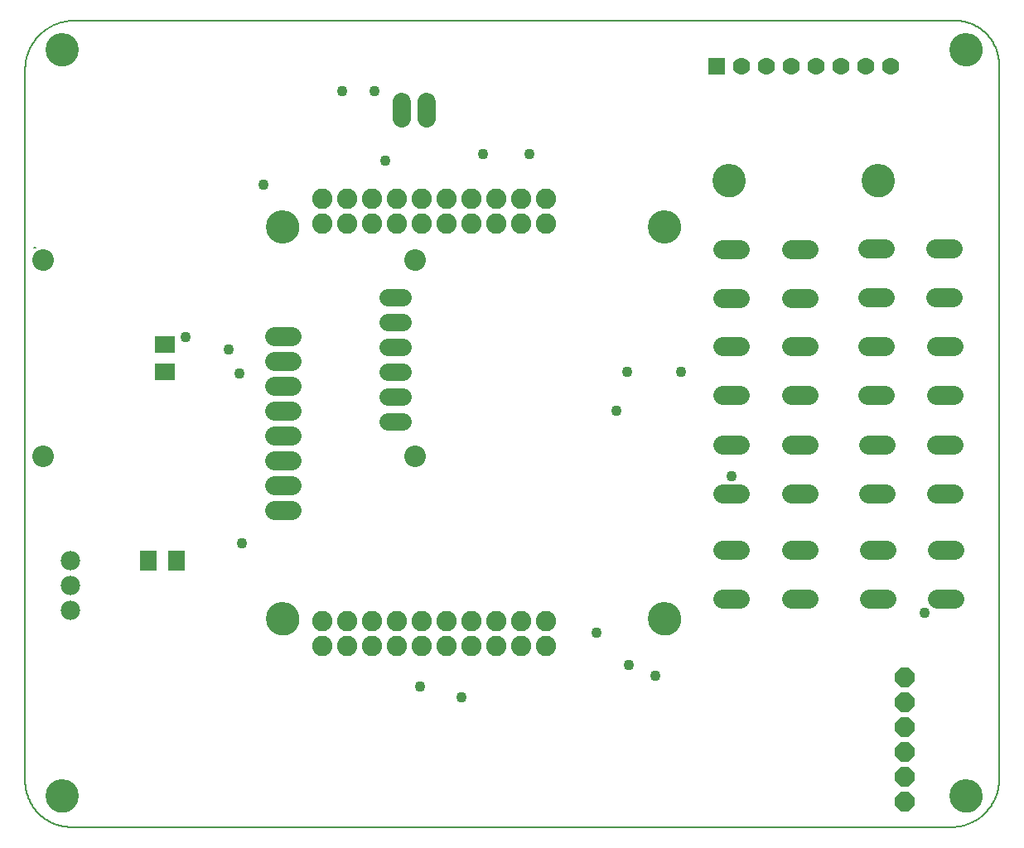
<source format=gts>
G75*
%MOIN*%
%OFA0B0*%
%FSLAX25Y25*%
%IPPOS*%
%LPD*%
%AMOC8*
5,1,8,0,0,1.08239X$1,22.5*
%
%ADD10C,0.00000*%
%ADD11C,0.13398*%
%ADD12C,0.00600*%
%ADD13C,0.07800*%
%ADD14R,0.07099X0.07898*%
%ADD15C,0.07400*%
%ADD16C,0.08200*%
%ADD17R,0.07887X0.07099*%
%ADD18C,0.07800*%
%ADD19R,0.06950X0.06950*%
%ADD20C,0.06950*%
%ADD21C,0.06950*%
%ADD22C,0.08674*%
%ADD23C,0.00500*%
%ADD24OC8,0.07800*%
%ADD25C,0.04300*%
D10*
X0021741Y0016918D02*
X0021743Y0017076D01*
X0021749Y0017234D01*
X0021759Y0017392D01*
X0021773Y0017550D01*
X0021791Y0017707D01*
X0021812Y0017864D01*
X0021838Y0018020D01*
X0021868Y0018176D01*
X0021901Y0018331D01*
X0021939Y0018484D01*
X0021980Y0018637D01*
X0022025Y0018789D01*
X0022074Y0018940D01*
X0022127Y0019089D01*
X0022183Y0019237D01*
X0022243Y0019383D01*
X0022307Y0019528D01*
X0022375Y0019671D01*
X0022446Y0019813D01*
X0022520Y0019953D01*
X0022598Y0020090D01*
X0022680Y0020226D01*
X0022764Y0020360D01*
X0022853Y0020491D01*
X0022944Y0020620D01*
X0023039Y0020747D01*
X0023136Y0020872D01*
X0023237Y0020994D01*
X0023341Y0021113D01*
X0023448Y0021230D01*
X0023558Y0021344D01*
X0023671Y0021455D01*
X0023786Y0021564D01*
X0023904Y0021669D01*
X0024025Y0021771D01*
X0024148Y0021871D01*
X0024274Y0021967D01*
X0024402Y0022060D01*
X0024532Y0022150D01*
X0024665Y0022236D01*
X0024800Y0022320D01*
X0024936Y0022399D01*
X0025075Y0022476D01*
X0025216Y0022548D01*
X0025358Y0022618D01*
X0025502Y0022683D01*
X0025648Y0022745D01*
X0025795Y0022803D01*
X0025944Y0022858D01*
X0026094Y0022909D01*
X0026245Y0022956D01*
X0026397Y0022999D01*
X0026550Y0023038D01*
X0026705Y0023074D01*
X0026860Y0023105D01*
X0027016Y0023133D01*
X0027172Y0023157D01*
X0027329Y0023177D01*
X0027487Y0023193D01*
X0027644Y0023205D01*
X0027803Y0023213D01*
X0027961Y0023217D01*
X0028119Y0023217D01*
X0028277Y0023213D01*
X0028436Y0023205D01*
X0028593Y0023193D01*
X0028751Y0023177D01*
X0028908Y0023157D01*
X0029064Y0023133D01*
X0029220Y0023105D01*
X0029375Y0023074D01*
X0029530Y0023038D01*
X0029683Y0022999D01*
X0029835Y0022956D01*
X0029986Y0022909D01*
X0030136Y0022858D01*
X0030285Y0022803D01*
X0030432Y0022745D01*
X0030578Y0022683D01*
X0030722Y0022618D01*
X0030864Y0022548D01*
X0031005Y0022476D01*
X0031144Y0022399D01*
X0031280Y0022320D01*
X0031415Y0022236D01*
X0031548Y0022150D01*
X0031678Y0022060D01*
X0031806Y0021967D01*
X0031932Y0021871D01*
X0032055Y0021771D01*
X0032176Y0021669D01*
X0032294Y0021564D01*
X0032409Y0021455D01*
X0032522Y0021344D01*
X0032632Y0021230D01*
X0032739Y0021113D01*
X0032843Y0020994D01*
X0032944Y0020872D01*
X0033041Y0020747D01*
X0033136Y0020620D01*
X0033227Y0020491D01*
X0033316Y0020360D01*
X0033400Y0020226D01*
X0033482Y0020090D01*
X0033560Y0019953D01*
X0033634Y0019813D01*
X0033705Y0019671D01*
X0033773Y0019528D01*
X0033837Y0019383D01*
X0033897Y0019237D01*
X0033953Y0019089D01*
X0034006Y0018940D01*
X0034055Y0018789D01*
X0034100Y0018637D01*
X0034141Y0018484D01*
X0034179Y0018331D01*
X0034212Y0018176D01*
X0034242Y0018020D01*
X0034268Y0017864D01*
X0034289Y0017707D01*
X0034307Y0017550D01*
X0034321Y0017392D01*
X0034331Y0017234D01*
X0034337Y0017076D01*
X0034339Y0016918D01*
X0034337Y0016760D01*
X0034331Y0016602D01*
X0034321Y0016444D01*
X0034307Y0016286D01*
X0034289Y0016129D01*
X0034268Y0015972D01*
X0034242Y0015816D01*
X0034212Y0015660D01*
X0034179Y0015505D01*
X0034141Y0015352D01*
X0034100Y0015199D01*
X0034055Y0015047D01*
X0034006Y0014896D01*
X0033953Y0014747D01*
X0033897Y0014599D01*
X0033837Y0014453D01*
X0033773Y0014308D01*
X0033705Y0014165D01*
X0033634Y0014023D01*
X0033560Y0013883D01*
X0033482Y0013746D01*
X0033400Y0013610D01*
X0033316Y0013476D01*
X0033227Y0013345D01*
X0033136Y0013216D01*
X0033041Y0013089D01*
X0032944Y0012964D01*
X0032843Y0012842D01*
X0032739Y0012723D01*
X0032632Y0012606D01*
X0032522Y0012492D01*
X0032409Y0012381D01*
X0032294Y0012272D01*
X0032176Y0012167D01*
X0032055Y0012065D01*
X0031932Y0011965D01*
X0031806Y0011869D01*
X0031678Y0011776D01*
X0031548Y0011686D01*
X0031415Y0011600D01*
X0031280Y0011516D01*
X0031144Y0011437D01*
X0031005Y0011360D01*
X0030864Y0011288D01*
X0030722Y0011218D01*
X0030578Y0011153D01*
X0030432Y0011091D01*
X0030285Y0011033D01*
X0030136Y0010978D01*
X0029986Y0010927D01*
X0029835Y0010880D01*
X0029683Y0010837D01*
X0029530Y0010798D01*
X0029375Y0010762D01*
X0029220Y0010731D01*
X0029064Y0010703D01*
X0028908Y0010679D01*
X0028751Y0010659D01*
X0028593Y0010643D01*
X0028436Y0010631D01*
X0028277Y0010623D01*
X0028119Y0010619D01*
X0027961Y0010619D01*
X0027803Y0010623D01*
X0027644Y0010631D01*
X0027487Y0010643D01*
X0027329Y0010659D01*
X0027172Y0010679D01*
X0027016Y0010703D01*
X0026860Y0010731D01*
X0026705Y0010762D01*
X0026550Y0010798D01*
X0026397Y0010837D01*
X0026245Y0010880D01*
X0026094Y0010927D01*
X0025944Y0010978D01*
X0025795Y0011033D01*
X0025648Y0011091D01*
X0025502Y0011153D01*
X0025358Y0011218D01*
X0025216Y0011288D01*
X0025075Y0011360D01*
X0024936Y0011437D01*
X0024800Y0011516D01*
X0024665Y0011600D01*
X0024532Y0011686D01*
X0024402Y0011776D01*
X0024274Y0011869D01*
X0024148Y0011965D01*
X0024025Y0012065D01*
X0023904Y0012167D01*
X0023786Y0012272D01*
X0023671Y0012381D01*
X0023558Y0012492D01*
X0023448Y0012606D01*
X0023341Y0012723D01*
X0023237Y0012842D01*
X0023136Y0012964D01*
X0023039Y0013089D01*
X0022944Y0013216D01*
X0022853Y0013345D01*
X0022764Y0013476D01*
X0022680Y0013610D01*
X0022598Y0013746D01*
X0022520Y0013883D01*
X0022446Y0014023D01*
X0022375Y0014165D01*
X0022307Y0014308D01*
X0022243Y0014453D01*
X0022183Y0014599D01*
X0022127Y0014747D01*
X0022074Y0014896D01*
X0022025Y0015047D01*
X0021980Y0015199D01*
X0021939Y0015352D01*
X0021901Y0015505D01*
X0021868Y0015660D01*
X0021838Y0015816D01*
X0021812Y0015972D01*
X0021791Y0016129D01*
X0021773Y0016286D01*
X0021759Y0016444D01*
X0021749Y0016602D01*
X0021743Y0016760D01*
X0021741Y0016918D01*
X0110668Y0088267D02*
X0110670Y0088425D01*
X0110676Y0088583D01*
X0110686Y0088741D01*
X0110700Y0088899D01*
X0110718Y0089056D01*
X0110739Y0089213D01*
X0110765Y0089369D01*
X0110795Y0089525D01*
X0110828Y0089680D01*
X0110866Y0089833D01*
X0110907Y0089986D01*
X0110952Y0090138D01*
X0111001Y0090289D01*
X0111054Y0090438D01*
X0111110Y0090586D01*
X0111170Y0090732D01*
X0111234Y0090877D01*
X0111302Y0091020D01*
X0111373Y0091162D01*
X0111447Y0091302D01*
X0111525Y0091439D01*
X0111607Y0091575D01*
X0111691Y0091709D01*
X0111780Y0091840D01*
X0111871Y0091969D01*
X0111966Y0092096D01*
X0112063Y0092221D01*
X0112164Y0092343D01*
X0112268Y0092462D01*
X0112375Y0092579D01*
X0112485Y0092693D01*
X0112598Y0092804D01*
X0112713Y0092913D01*
X0112831Y0093018D01*
X0112952Y0093120D01*
X0113075Y0093220D01*
X0113201Y0093316D01*
X0113329Y0093409D01*
X0113459Y0093499D01*
X0113592Y0093585D01*
X0113727Y0093669D01*
X0113863Y0093748D01*
X0114002Y0093825D01*
X0114143Y0093897D01*
X0114285Y0093967D01*
X0114429Y0094032D01*
X0114575Y0094094D01*
X0114722Y0094152D01*
X0114871Y0094207D01*
X0115021Y0094258D01*
X0115172Y0094305D01*
X0115324Y0094348D01*
X0115477Y0094387D01*
X0115632Y0094423D01*
X0115787Y0094454D01*
X0115943Y0094482D01*
X0116099Y0094506D01*
X0116256Y0094526D01*
X0116414Y0094542D01*
X0116571Y0094554D01*
X0116730Y0094562D01*
X0116888Y0094566D01*
X0117046Y0094566D01*
X0117204Y0094562D01*
X0117363Y0094554D01*
X0117520Y0094542D01*
X0117678Y0094526D01*
X0117835Y0094506D01*
X0117991Y0094482D01*
X0118147Y0094454D01*
X0118302Y0094423D01*
X0118457Y0094387D01*
X0118610Y0094348D01*
X0118762Y0094305D01*
X0118913Y0094258D01*
X0119063Y0094207D01*
X0119212Y0094152D01*
X0119359Y0094094D01*
X0119505Y0094032D01*
X0119649Y0093967D01*
X0119791Y0093897D01*
X0119932Y0093825D01*
X0120071Y0093748D01*
X0120207Y0093669D01*
X0120342Y0093585D01*
X0120475Y0093499D01*
X0120605Y0093409D01*
X0120733Y0093316D01*
X0120859Y0093220D01*
X0120982Y0093120D01*
X0121103Y0093018D01*
X0121221Y0092913D01*
X0121336Y0092804D01*
X0121449Y0092693D01*
X0121559Y0092579D01*
X0121666Y0092462D01*
X0121770Y0092343D01*
X0121871Y0092221D01*
X0121968Y0092096D01*
X0122063Y0091969D01*
X0122154Y0091840D01*
X0122243Y0091709D01*
X0122327Y0091575D01*
X0122409Y0091439D01*
X0122487Y0091302D01*
X0122561Y0091162D01*
X0122632Y0091020D01*
X0122700Y0090877D01*
X0122764Y0090732D01*
X0122824Y0090586D01*
X0122880Y0090438D01*
X0122933Y0090289D01*
X0122982Y0090138D01*
X0123027Y0089986D01*
X0123068Y0089833D01*
X0123106Y0089680D01*
X0123139Y0089525D01*
X0123169Y0089369D01*
X0123195Y0089213D01*
X0123216Y0089056D01*
X0123234Y0088899D01*
X0123248Y0088741D01*
X0123258Y0088583D01*
X0123264Y0088425D01*
X0123266Y0088267D01*
X0123264Y0088109D01*
X0123258Y0087951D01*
X0123248Y0087793D01*
X0123234Y0087635D01*
X0123216Y0087478D01*
X0123195Y0087321D01*
X0123169Y0087165D01*
X0123139Y0087009D01*
X0123106Y0086854D01*
X0123068Y0086701D01*
X0123027Y0086548D01*
X0122982Y0086396D01*
X0122933Y0086245D01*
X0122880Y0086096D01*
X0122824Y0085948D01*
X0122764Y0085802D01*
X0122700Y0085657D01*
X0122632Y0085514D01*
X0122561Y0085372D01*
X0122487Y0085232D01*
X0122409Y0085095D01*
X0122327Y0084959D01*
X0122243Y0084825D01*
X0122154Y0084694D01*
X0122063Y0084565D01*
X0121968Y0084438D01*
X0121871Y0084313D01*
X0121770Y0084191D01*
X0121666Y0084072D01*
X0121559Y0083955D01*
X0121449Y0083841D01*
X0121336Y0083730D01*
X0121221Y0083621D01*
X0121103Y0083516D01*
X0120982Y0083414D01*
X0120859Y0083314D01*
X0120733Y0083218D01*
X0120605Y0083125D01*
X0120475Y0083035D01*
X0120342Y0082949D01*
X0120207Y0082865D01*
X0120071Y0082786D01*
X0119932Y0082709D01*
X0119791Y0082637D01*
X0119649Y0082567D01*
X0119505Y0082502D01*
X0119359Y0082440D01*
X0119212Y0082382D01*
X0119063Y0082327D01*
X0118913Y0082276D01*
X0118762Y0082229D01*
X0118610Y0082186D01*
X0118457Y0082147D01*
X0118302Y0082111D01*
X0118147Y0082080D01*
X0117991Y0082052D01*
X0117835Y0082028D01*
X0117678Y0082008D01*
X0117520Y0081992D01*
X0117363Y0081980D01*
X0117204Y0081972D01*
X0117046Y0081968D01*
X0116888Y0081968D01*
X0116730Y0081972D01*
X0116571Y0081980D01*
X0116414Y0081992D01*
X0116256Y0082008D01*
X0116099Y0082028D01*
X0115943Y0082052D01*
X0115787Y0082080D01*
X0115632Y0082111D01*
X0115477Y0082147D01*
X0115324Y0082186D01*
X0115172Y0082229D01*
X0115021Y0082276D01*
X0114871Y0082327D01*
X0114722Y0082382D01*
X0114575Y0082440D01*
X0114429Y0082502D01*
X0114285Y0082567D01*
X0114143Y0082637D01*
X0114002Y0082709D01*
X0113863Y0082786D01*
X0113727Y0082865D01*
X0113592Y0082949D01*
X0113459Y0083035D01*
X0113329Y0083125D01*
X0113201Y0083218D01*
X0113075Y0083314D01*
X0112952Y0083414D01*
X0112831Y0083516D01*
X0112713Y0083621D01*
X0112598Y0083730D01*
X0112485Y0083841D01*
X0112375Y0083955D01*
X0112268Y0084072D01*
X0112164Y0084191D01*
X0112063Y0084313D01*
X0111966Y0084438D01*
X0111871Y0084565D01*
X0111780Y0084694D01*
X0111691Y0084825D01*
X0111607Y0084959D01*
X0111525Y0085095D01*
X0111447Y0085232D01*
X0111373Y0085372D01*
X0111302Y0085514D01*
X0111234Y0085657D01*
X0111170Y0085802D01*
X0111110Y0085948D01*
X0111054Y0086096D01*
X0111001Y0086245D01*
X0110952Y0086396D01*
X0110907Y0086548D01*
X0110866Y0086701D01*
X0110828Y0086854D01*
X0110795Y0087009D01*
X0110765Y0087165D01*
X0110739Y0087321D01*
X0110718Y0087478D01*
X0110700Y0087635D01*
X0110686Y0087793D01*
X0110676Y0087951D01*
X0110670Y0088109D01*
X0110668Y0088267D01*
X0166159Y0153902D02*
X0166161Y0154027D01*
X0166167Y0154152D01*
X0166177Y0154276D01*
X0166191Y0154400D01*
X0166208Y0154524D01*
X0166230Y0154647D01*
X0166256Y0154769D01*
X0166285Y0154891D01*
X0166318Y0155011D01*
X0166356Y0155130D01*
X0166396Y0155249D01*
X0166441Y0155365D01*
X0166489Y0155480D01*
X0166541Y0155594D01*
X0166597Y0155706D01*
X0166656Y0155816D01*
X0166718Y0155924D01*
X0166784Y0156031D01*
X0166853Y0156135D01*
X0166926Y0156236D01*
X0167001Y0156336D01*
X0167080Y0156433D01*
X0167162Y0156527D01*
X0167247Y0156619D01*
X0167334Y0156708D01*
X0167425Y0156794D01*
X0167518Y0156877D01*
X0167614Y0156958D01*
X0167712Y0157035D01*
X0167812Y0157109D01*
X0167915Y0157180D01*
X0168020Y0157247D01*
X0168128Y0157312D01*
X0168237Y0157372D01*
X0168348Y0157430D01*
X0168461Y0157483D01*
X0168575Y0157533D01*
X0168691Y0157580D01*
X0168808Y0157622D01*
X0168927Y0157661D01*
X0169047Y0157697D01*
X0169168Y0157728D01*
X0169290Y0157756D01*
X0169412Y0157779D01*
X0169536Y0157799D01*
X0169660Y0157815D01*
X0169784Y0157827D01*
X0169909Y0157835D01*
X0170034Y0157839D01*
X0170158Y0157839D01*
X0170283Y0157835D01*
X0170408Y0157827D01*
X0170532Y0157815D01*
X0170656Y0157799D01*
X0170780Y0157779D01*
X0170902Y0157756D01*
X0171024Y0157728D01*
X0171145Y0157697D01*
X0171265Y0157661D01*
X0171384Y0157622D01*
X0171501Y0157580D01*
X0171617Y0157533D01*
X0171731Y0157483D01*
X0171844Y0157430D01*
X0171955Y0157372D01*
X0172065Y0157312D01*
X0172172Y0157247D01*
X0172277Y0157180D01*
X0172380Y0157109D01*
X0172480Y0157035D01*
X0172578Y0156958D01*
X0172674Y0156877D01*
X0172767Y0156794D01*
X0172858Y0156708D01*
X0172945Y0156619D01*
X0173030Y0156527D01*
X0173112Y0156433D01*
X0173191Y0156336D01*
X0173266Y0156236D01*
X0173339Y0156135D01*
X0173408Y0156031D01*
X0173474Y0155924D01*
X0173536Y0155816D01*
X0173595Y0155706D01*
X0173651Y0155594D01*
X0173703Y0155480D01*
X0173751Y0155365D01*
X0173796Y0155249D01*
X0173836Y0155130D01*
X0173874Y0155011D01*
X0173907Y0154891D01*
X0173936Y0154769D01*
X0173962Y0154647D01*
X0173984Y0154524D01*
X0174001Y0154400D01*
X0174015Y0154276D01*
X0174025Y0154152D01*
X0174031Y0154027D01*
X0174033Y0153902D01*
X0174031Y0153777D01*
X0174025Y0153652D01*
X0174015Y0153528D01*
X0174001Y0153404D01*
X0173984Y0153280D01*
X0173962Y0153157D01*
X0173936Y0153035D01*
X0173907Y0152913D01*
X0173874Y0152793D01*
X0173836Y0152674D01*
X0173796Y0152555D01*
X0173751Y0152439D01*
X0173703Y0152324D01*
X0173651Y0152210D01*
X0173595Y0152098D01*
X0173536Y0151988D01*
X0173474Y0151880D01*
X0173408Y0151773D01*
X0173339Y0151669D01*
X0173266Y0151568D01*
X0173191Y0151468D01*
X0173112Y0151371D01*
X0173030Y0151277D01*
X0172945Y0151185D01*
X0172858Y0151096D01*
X0172767Y0151010D01*
X0172674Y0150927D01*
X0172578Y0150846D01*
X0172480Y0150769D01*
X0172380Y0150695D01*
X0172277Y0150624D01*
X0172172Y0150557D01*
X0172064Y0150492D01*
X0171955Y0150432D01*
X0171844Y0150374D01*
X0171731Y0150321D01*
X0171617Y0150271D01*
X0171501Y0150224D01*
X0171384Y0150182D01*
X0171265Y0150143D01*
X0171145Y0150107D01*
X0171024Y0150076D01*
X0170902Y0150048D01*
X0170780Y0150025D01*
X0170656Y0150005D01*
X0170532Y0149989D01*
X0170408Y0149977D01*
X0170283Y0149969D01*
X0170158Y0149965D01*
X0170034Y0149965D01*
X0169909Y0149969D01*
X0169784Y0149977D01*
X0169660Y0149989D01*
X0169536Y0150005D01*
X0169412Y0150025D01*
X0169290Y0150048D01*
X0169168Y0150076D01*
X0169047Y0150107D01*
X0168927Y0150143D01*
X0168808Y0150182D01*
X0168691Y0150224D01*
X0168575Y0150271D01*
X0168461Y0150321D01*
X0168348Y0150374D01*
X0168237Y0150432D01*
X0168127Y0150492D01*
X0168020Y0150557D01*
X0167915Y0150624D01*
X0167812Y0150695D01*
X0167712Y0150769D01*
X0167614Y0150846D01*
X0167518Y0150927D01*
X0167425Y0151010D01*
X0167334Y0151096D01*
X0167247Y0151185D01*
X0167162Y0151277D01*
X0167080Y0151371D01*
X0167001Y0151468D01*
X0166926Y0151568D01*
X0166853Y0151669D01*
X0166784Y0151773D01*
X0166718Y0151880D01*
X0166656Y0151988D01*
X0166597Y0152098D01*
X0166541Y0152210D01*
X0166489Y0152324D01*
X0166441Y0152439D01*
X0166396Y0152555D01*
X0166356Y0152674D01*
X0166318Y0152793D01*
X0166285Y0152913D01*
X0166256Y0153035D01*
X0166230Y0153157D01*
X0166208Y0153280D01*
X0166191Y0153404D01*
X0166177Y0153528D01*
X0166167Y0153652D01*
X0166161Y0153777D01*
X0166159Y0153902D01*
X0166159Y0232670D02*
X0166161Y0232795D01*
X0166167Y0232920D01*
X0166177Y0233044D01*
X0166191Y0233168D01*
X0166208Y0233292D01*
X0166230Y0233415D01*
X0166256Y0233537D01*
X0166285Y0233659D01*
X0166318Y0233779D01*
X0166356Y0233898D01*
X0166396Y0234017D01*
X0166441Y0234133D01*
X0166489Y0234248D01*
X0166541Y0234362D01*
X0166597Y0234474D01*
X0166656Y0234584D01*
X0166718Y0234692D01*
X0166784Y0234799D01*
X0166853Y0234903D01*
X0166926Y0235004D01*
X0167001Y0235104D01*
X0167080Y0235201D01*
X0167162Y0235295D01*
X0167247Y0235387D01*
X0167334Y0235476D01*
X0167425Y0235562D01*
X0167518Y0235645D01*
X0167614Y0235726D01*
X0167712Y0235803D01*
X0167812Y0235877D01*
X0167915Y0235948D01*
X0168020Y0236015D01*
X0168128Y0236080D01*
X0168237Y0236140D01*
X0168348Y0236198D01*
X0168461Y0236251D01*
X0168575Y0236301D01*
X0168691Y0236348D01*
X0168808Y0236390D01*
X0168927Y0236429D01*
X0169047Y0236465D01*
X0169168Y0236496D01*
X0169290Y0236524D01*
X0169412Y0236547D01*
X0169536Y0236567D01*
X0169660Y0236583D01*
X0169784Y0236595D01*
X0169909Y0236603D01*
X0170034Y0236607D01*
X0170158Y0236607D01*
X0170283Y0236603D01*
X0170408Y0236595D01*
X0170532Y0236583D01*
X0170656Y0236567D01*
X0170780Y0236547D01*
X0170902Y0236524D01*
X0171024Y0236496D01*
X0171145Y0236465D01*
X0171265Y0236429D01*
X0171384Y0236390D01*
X0171501Y0236348D01*
X0171617Y0236301D01*
X0171731Y0236251D01*
X0171844Y0236198D01*
X0171955Y0236140D01*
X0172065Y0236080D01*
X0172172Y0236015D01*
X0172277Y0235948D01*
X0172380Y0235877D01*
X0172480Y0235803D01*
X0172578Y0235726D01*
X0172674Y0235645D01*
X0172767Y0235562D01*
X0172858Y0235476D01*
X0172945Y0235387D01*
X0173030Y0235295D01*
X0173112Y0235201D01*
X0173191Y0235104D01*
X0173266Y0235004D01*
X0173339Y0234903D01*
X0173408Y0234799D01*
X0173474Y0234692D01*
X0173536Y0234584D01*
X0173595Y0234474D01*
X0173651Y0234362D01*
X0173703Y0234248D01*
X0173751Y0234133D01*
X0173796Y0234017D01*
X0173836Y0233898D01*
X0173874Y0233779D01*
X0173907Y0233659D01*
X0173936Y0233537D01*
X0173962Y0233415D01*
X0173984Y0233292D01*
X0174001Y0233168D01*
X0174015Y0233044D01*
X0174025Y0232920D01*
X0174031Y0232795D01*
X0174033Y0232670D01*
X0174031Y0232545D01*
X0174025Y0232420D01*
X0174015Y0232296D01*
X0174001Y0232172D01*
X0173984Y0232048D01*
X0173962Y0231925D01*
X0173936Y0231803D01*
X0173907Y0231681D01*
X0173874Y0231561D01*
X0173836Y0231442D01*
X0173796Y0231323D01*
X0173751Y0231207D01*
X0173703Y0231092D01*
X0173651Y0230978D01*
X0173595Y0230866D01*
X0173536Y0230756D01*
X0173474Y0230648D01*
X0173408Y0230541D01*
X0173339Y0230437D01*
X0173266Y0230336D01*
X0173191Y0230236D01*
X0173112Y0230139D01*
X0173030Y0230045D01*
X0172945Y0229953D01*
X0172858Y0229864D01*
X0172767Y0229778D01*
X0172674Y0229695D01*
X0172578Y0229614D01*
X0172480Y0229537D01*
X0172380Y0229463D01*
X0172277Y0229392D01*
X0172172Y0229325D01*
X0172064Y0229260D01*
X0171955Y0229200D01*
X0171844Y0229142D01*
X0171731Y0229089D01*
X0171617Y0229039D01*
X0171501Y0228992D01*
X0171384Y0228950D01*
X0171265Y0228911D01*
X0171145Y0228875D01*
X0171024Y0228844D01*
X0170902Y0228816D01*
X0170780Y0228793D01*
X0170656Y0228773D01*
X0170532Y0228757D01*
X0170408Y0228745D01*
X0170283Y0228737D01*
X0170158Y0228733D01*
X0170034Y0228733D01*
X0169909Y0228737D01*
X0169784Y0228745D01*
X0169660Y0228757D01*
X0169536Y0228773D01*
X0169412Y0228793D01*
X0169290Y0228816D01*
X0169168Y0228844D01*
X0169047Y0228875D01*
X0168927Y0228911D01*
X0168808Y0228950D01*
X0168691Y0228992D01*
X0168575Y0229039D01*
X0168461Y0229089D01*
X0168348Y0229142D01*
X0168237Y0229200D01*
X0168127Y0229260D01*
X0168020Y0229325D01*
X0167915Y0229392D01*
X0167812Y0229463D01*
X0167712Y0229537D01*
X0167614Y0229614D01*
X0167518Y0229695D01*
X0167425Y0229778D01*
X0167334Y0229864D01*
X0167247Y0229953D01*
X0167162Y0230045D01*
X0167080Y0230139D01*
X0167001Y0230236D01*
X0166926Y0230336D01*
X0166853Y0230437D01*
X0166784Y0230541D01*
X0166718Y0230648D01*
X0166656Y0230756D01*
X0166597Y0230866D01*
X0166541Y0230978D01*
X0166489Y0231092D01*
X0166441Y0231207D01*
X0166396Y0231323D01*
X0166356Y0231442D01*
X0166318Y0231561D01*
X0166285Y0231681D01*
X0166256Y0231803D01*
X0166230Y0231925D01*
X0166208Y0232048D01*
X0166191Y0232172D01*
X0166177Y0232296D01*
X0166167Y0232420D01*
X0166161Y0232545D01*
X0166159Y0232670D01*
X0110668Y0246148D02*
X0110670Y0246306D01*
X0110676Y0246464D01*
X0110686Y0246622D01*
X0110700Y0246780D01*
X0110718Y0246937D01*
X0110739Y0247094D01*
X0110765Y0247250D01*
X0110795Y0247406D01*
X0110828Y0247561D01*
X0110866Y0247714D01*
X0110907Y0247867D01*
X0110952Y0248019D01*
X0111001Y0248170D01*
X0111054Y0248319D01*
X0111110Y0248467D01*
X0111170Y0248613D01*
X0111234Y0248758D01*
X0111302Y0248901D01*
X0111373Y0249043D01*
X0111447Y0249183D01*
X0111525Y0249320D01*
X0111607Y0249456D01*
X0111691Y0249590D01*
X0111780Y0249721D01*
X0111871Y0249850D01*
X0111966Y0249977D01*
X0112063Y0250102D01*
X0112164Y0250224D01*
X0112268Y0250343D01*
X0112375Y0250460D01*
X0112485Y0250574D01*
X0112598Y0250685D01*
X0112713Y0250794D01*
X0112831Y0250899D01*
X0112952Y0251001D01*
X0113075Y0251101D01*
X0113201Y0251197D01*
X0113329Y0251290D01*
X0113459Y0251380D01*
X0113592Y0251466D01*
X0113727Y0251550D01*
X0113863Y0251629D01*
X0114002Y0251706D01*
X0114143Y0251778D01*
X0114285Y0251848D01*
X0114429Y0251913D01*
X0114575Y0251975D01*
X0114722Y0252033D01*
X0114871Y0252088D01*
X0115021Y0252139D01*
X0115172Y0252186D01*
X0115324Y0252229D01*
X0115477Y0252268D01*
X0115632Y0252304D01*
X0115787Y0252335D01*
X0115943Y0252363D01*
X0116099Y0252387D01*
X0116256Y0252407D01*
X0116414Y0252423D01*
X0116571Y0252435D01*
X0116730Y0252443D01*
X0116888Y0252447D01*
X0117046Y0252447D01*
X0117204Y0252443D01*
X0117363Y0252435D01*
X0117520Y0252423D01*
X0117678Y0252407D01*
X0117835Y0252387D01*
X0117991Y0252363D01*
X0118147Y0252335D01*
X0118302Y0252304D01*
X0118457Y0252268D01*
X0118610Y0252229D01*
X0118762Y0252186D01*
X0118913Y0252139D01*
X0119063Y0252088D01*
X0119212Y0252033D01*
X0119359Y0251975D01*
X0119505Y0251913D01*
X0119649Y0251848D01*
X0119791Y0251778D01*
X0119932Y0251706D01*
X0120071Y0251629D01*
X0120207Y0251550D01*
X0120342Y0251466D01*
X0120475Y0251380D01*
X0120605Y0251290D01*
X0120733Y0251197D01*
X0120859Y0251101D01*
X0120982Y0251001D01*
X0121103Y0250899D01*
X0121221Y0250794D01*
X0121336Y0250685D01*
X0121449Y0250574D01*
X0121559Y0250460D01*
X0121666Y0250343D01*
X0121770Y0250224D01*
X0121871Y0250102D01*
X0121968Y0249977D01*
X0122063Y0249850D01*
X0122154Y0249721D01*
X0122243Y0249590D01*
X0122327Y0249456D01*
X0122409Y0249320D01*
X0122487Y0249183D01*
X0122561Y0249043D01*
X0122632Y0248901D01*
X0122700Y0248758D01*
X0122764Y0248613D01*
X0122824Y0248467D01*
X0122880Y0248319D01*
X0122933Y0248170D01*
X0122982Y0248019D01*
X0123027Y0247867D01*
X0123068Y0247714D01*
X0123106Y0247561D01*
X0123139Y0247406D01*
X0123169Y0247250D01*
X0123195Y0247094D01*
X0123216Y0246937D01*
X0123234Y0246780D01*
X0123248Y0246622D01*
X0123258Y0246464D01*
X0123264Y0246306D01*
X0123266Y0246148D01*
X0123264Y0245990D01*
X0123258Y0245832D01*
X0123248Y0245674D01*
X0123234Y0245516D01*
X0123216Y0245359D01*
X0123195Y0245202D01*
X0123169Y0245046D01*
X0123139Y0244890D01*
X0123106Y0244735D01*
X0123068Y0244582D01*
X0123027Y0244429D01*
X0122982Y0244277D01*
X0122933Y0244126D01*
X0122880Y0243977D01*
X0122824Y0243829D01*
X0122764Y0243683D01*
X0122700Y0243538D01*
X0122632Y0243395D01*
X0122561Y0243253D01*
X0122487Y0243113D01*
X0122409Y0242976D01*
X0122327Y0242840D01*
X0122243Y0242706D01*
X0122154Y0242575D01*
X0122063Y0242446D01*
X0121968Y0242319D01*
X0121871Y0242194D01*
X0121770Y0242072D01*
X0121666Y0241953D01*
X0121559Y0241836D01*
X0121449Y0241722D01*
X0121336Y0241611D01*
X0121221Y0241502D01*
X0121103Y0241397D01*
X0120982Y0241295D01*
X0120859Y0241195D01*
X0120733Y0241099D01*
X0120605Y0241006D01*
X0120475Y0240916D01*
X0120342Y0240830D01*
X0120207Y0240746D01*
X0120071Y0240667D01*
X0119932Y0240590D01*
X0119791Y0240518D01*
X0119649Y0240448D01*
X0119505Y0240383D01*
X0119359Y0240321D01*
X0119212Y0240263D01*
X0119063Y0240208D01*
X0118913Y0240157D01*
X0118762Y0240110D01*
X0118610Y0240067D01*
X0118457Y0240028D01*
X0118302Y0239992D01*
X0118147Y0239961D01*
X0117991Y0239933D01*
X0117835Y0239909D01*
X0117678Y0239889D01*
X0117520Y0239873D01*
X0117363Y0239861D01*
X0117204Y0239853D01*
X0117046Y0239849D01*
X0116888Y0239849D01*
X0116730Y0239853D01*
X0116571Y0239861D01*
X0116414Y0239873D01*
X0116256Y0239889D01*
X0116099Y0239909D01*
X0115943Y0239933D01*
X0115787Y0239961D01*
X0115632Y0239992D01*
X0115477Y0240028D01*
X0115324Y0240067D01*
X0115172Y0240110D01*
X0115021Y0240157D01*
X0114871Y0240208D01*
X0114722Y0240263D01*
X0114575Y0240321D01*
X0114429Y0240383D01*
X0114285Y0240448D01*
X0114143Y0240518D01*
X0114002Y0240590D01*
X0113863Y0240667D01*
X0113727Y0240746D01*
X0113592Y0240830D01*
X0113459Y0240916D01*
X0113329Y0241006D01*
X0113201Y0241099D01*
X0113075Y0241195D01*
X0112952Y0241295D01*
X0112831Y0241397D01*
X0112713Y0241502D01*
X0112598Y0241611D01*
X0112485Y0241722D01*
X0112375Y0241836D01*
X0112268Y0241953D01*
X0112164Y0242072D01*
X0112063Y0242194D01*
X0111966Y0242319D01*
X0111871Y0242446D01*
X0111780Y0242575D01*
X0111691Y0242706D01*
X0111607Y0242840D01*
X0111525Y0242976D01*
X0111447Y0243113D01*
X0111373Y0243253D01*
X0111302Y0243395D01*
X0111234Y0243538D01*
X0111170Y0243683D01*
X0111110Y0243829D01*
X0111054Y0243977D01*
X0111001Y0244126D01*
X0110952Y0244277D01*
X0110907Y0244429D01*
X0110866Y0244582D01*
X0110828Y0244735D01*
X0110795Y0244890D01*
X0110765Y0245046D01*
X0110739Y0245202D01*
X0110718Y0245359D01*
X0110700Y0245516D01*
X0110686Y0245674D01*
X0110676Y0245832D01*
X0110670Y0245990D01*
X0110668Y0246148D01*
X0021741Y0317342D02*
X0021743Y0317500D01*
X0021749Y0317658D01*
X0021759Y0317816D01*
X0021773Y0317974D01*
X0021791Y0318131D01*
X0021812Y0318288D01*
X0021838Y0318444D01*
X0021868Y0318600D01*
X0021901Y0318755D01*
X0021939Y0318908D01*
X0021980Y0319061D01*
X0022025Y0319213D01*
X0022074Y0319364D01*
X0022127Y0319513D01*
X0022183Y0319661D01*
X0022243Y0319807D01*
X0022307Y0319952D01*
X0022375Y0320095D01*
X0022446Y0320237D01*
X0022520Y0320377D01*
X0022598Y0320514D01*
X0022680Y0320650D01*
X0022764Y0320784D01*
X0022853Y0320915D01*
X0022944Y0321044D01*
X0023039Y0321171D01*
X0023136Y0321296D01*
X0023237Y0321418D01*
X0023341Y0321537D01*
X0023448Y0321654D01*
X0023558Y0321768D01*
X0023671Y0321879D01*
X0023786Y0321988D01*
X0023904Y0322093D01*
X0024025Y0322195D01*
X0024148Y0322295D01*
X0024274Y0322391D01*
X0024402Y0322484D01*
X0024532Y0322574D01*
X0024665Y0322660D01*
X0024800Y0322744D01*
X0024936Y0322823D01*
X0025075Y0322900D01*
X0025216Y0322972D01*
X0025358Y0323042D01*
X0025502Y0323107D01*
X0025648Y0323169D01*
X0025795Y0323227D01*
X0025944Y0323282D01*
X0026094Y0323333D01*
X0026245Y0323380D01*
X0026397Y0323423D01*
X0026550Y0323462D01*
X0026705Y0323498D01*
X0026860Y0323529D01*
X0027016Y0323557D01*
X0027172Y0323581D01*
X0027329Y0323601D01*
X0027487Y0323617D01*
X0027644Y0323629D01*
X0027803Y0323637D01*
X0027961Y0323641D01*
X0028119Y0323641D01*
X0028277Y0323637D01*
X0028436Y0323629D01*
X0028593Y0323617D01*
X0028751Y0323601D01*
X0028908Y0323581D01*
X0029064Y0323557D01*
X0029220Y0323529D01*
X0029375Y0323498D01*
X0029530Y0323462D01*
X0029683Y0323423D01*
X0029835Y0323380D01*
X0029986Y0323333D01*
X0030136Y0323282D01*
X0030285Y0323227D01*
X0030432Y0323169D01*
X0030578Y0323107D01*
X0030722Y0323042D01*
X0030864Y0322972D01*
X0031005Y0322900D01*
X0031144Y0322823D01*
X0031280Y0322744D01*
X0031415Y0322660D01*
X0031548Y0322574D01*
X0031678Y0322484D01*
X0031806Y0322391D01*
X0031932Y0322295D01*
X0032055Y0322195D01*
X0032176Y0322093D01*
X0032294Y0321988D01*
X0032409Y0321879D01*
X0032522Y0321768D01*
X0032632Y0321654D01*
X0032739Y0321537D01*
X0032843Y0321418D01*
X0032944Y0321296D01*
X0033041Y0321171D01*
X0033136Y0321044D01*
X0033227Y0320915D01*
X0033316Y0320784D01*
X0033400Y0320650D01*
X0033482Y0320514D01*
X0033560Y0320377D01*
X0033634Y0320237D01*
X0033705Y0320095D01*
X0033773Y0319952D01*
X0033837Y0319807D01*
X0033897Y0319661D01*
X0033953Y0319513D01*
X0034006Y0319364D01*
X0034055Y0319213D01*
X0034100Y0319061D01*
X0034141Y0318908D01*
X0034179Y0318755D01*
X0034212Y0318600D01*
X0034242Y0318444D01*
X0034268Y0318288D01*
X0034289Y0318131D01*
X0034307Y0317974D01*
X0034321Y0317816D01*
X0034331Y0317658D01*
X0034337Y0317500D01*
X0034339Y0317342D01*
X0034337Y0317184D01*
X0034331Y0317026D01*
X0034321Y0316868D01*
X0034307Y0316710D01*
X0034289Y0316553D01*
X0034268Y0316396D01*
X0034242Y0316240D01*
X0034212Y0316084D01*
X0034179Y0315929D01*
X0034141Y0315776D01*
X0034100Y0315623D01*
X0034055Y0315471D01*
X0034006Y0315320D01*
X0033953Y0315171D01*
X0033897Y0315023D01*
X0033837Y0314877D01*
X0033773Y0314732D01*
X0033705Y0314589D01*
X0033634Y0314447D01*
X0033560Y0314307D01*
X0033482Y0314170D01*
X0033400Y0314034D01*
X0033316Y0313900D01*
X0033227Y0313769D01*
X0033136Y0313640D01*
X0033041Y0313513D01*
X0032944Y0313388D01*
X0032843Y0313266D01*
X0032739Y0313147D01*
X0032632Y0313030D01*
X0032522Y0312916D01*
X0032409Y0312805D01*
X0032294Y0312696D01*
X0032176Y0312591D01*
X0032055Y0312489D01*
X0031932Y0312389D01*
X0031806Y0312293D01*
X0031678Y0312200D01*
X0031548Y0312110D01*
X0031415Y0312024D01*
X0031280Y0311940D01*
X0031144Y0311861D01*
X0031005Y0311784D01*
X0030864Y0311712D01*
X0030722Y0311642D01*
X0030578Y0311577D01*
X0030432Y0311515D01*
X0030285Y0311457D01*
X0030136Y0311402D01*
X0029986Y0311351D01*
X0029835Y0311304D01*
X0029683Y0311261D01*
X0029530Y0311222D01*
X0029375Y0311186D01*
X0029220Y0311155D01*
X0029064Y0311127D01*
X0028908Y0311103D01*
X0028751Y0311083D01*
X0028593Y0311067D01*
X0028436Y0311055D01*
X0028277Y0311047D01*
X0028119Y0311043D01*
X0027961Y0311043D01*
X0027803Y0311047D01*
X0027644Y0311055D01*
X0027487Y0311067D01*
X0027329Y0311083D01*
X0027172Y0311103D01*
X0027016Y0311127D01*
X0026860Y0311155D01*
X0026705Y0311186D01*
X0026550Y0311222D01*
X0026397Y0311261D01*
X0026245Y0311304D01*
X0026094Y0311351D01*
X0025944Y0311402D01*
X0025795Y0311457D01*
X0025648Y0311515D01*
X0025502Y0311577D01*
X0025358Y0311642D01*
X0025216Y0311712D01*
X0025075Y0311784D01*
X0024936Y0311861D01*
X0024800Y0311940D01*
X0024665Y0312024D01*
X0024532Y0312110D01*
X0024402Y0312200D01*
X0024274Y0312293D01*
X0024148Y0312389D01*
X0024025Y0312489D01*
X0023904Y0312591D01*
X0023786Y0312696D01*
X0023671Y0312805D01*
X0023558Y0312916D01*
X0023448Y0313030D01*
X0023341Y0313147D01*
X0023237Y0313266D01*
X0023136Y0313388D01*
X0023039Y0313513D01*
X0022944Y0313640D01*
X0022853Y0313769D01*
X0022764Y0313900D01*
X0022680Y0314034D01*
X0022598Y0314170D01*
X0022520Y0314307D01*
X0022446Y0314447D01*
X0022375Y0314589D01*
X0022307Y0314732D01*
X0022243Y0314877D01*
X0022183Y0315023D01*
X0022127Y0315171D01*
X0022074Y0315320D01*
X0022025Y0315471D01*
X0021980Y0315623D01*
X0021939Y0315776D01*
X0021901Y0315929D01*
X0021868Y0316084D01*
X0021838Y0316240D01*
X0021812Y0316396D01*
X0021791Y0316553D01*
X0021773Y0316710D01*
X0021759Y0316868D01*
X0021749Y0317026D01*
X0021743Y0317184D01*
X0021741Y0317342D01*
X0016500Y0232670D02*
X0016502Y0232795D01*
X0016508Y0232920D01*
X0016518Y0233044D01*
X0016532Y0233168D01*
X0016549Y0233292D01*
X0016571Y0233415D01*
X0016597Y0233537D01*
X0016626Y0233659D01*
X0016659Y0233779D01*
X0016697Y0233898D01*
X0016737Y0234017D01*
X0016782Y0234133D01*
X0016830Y0234248D01*
X0016882Y0234362D01*
X0016938Y0234474D01*
X0016997Y0234584D01*
X0017059Y0234692D01*
X0017125Y0234799D01*
X0017194Y0234903D01*
X0017267Y0235004D01*
X0017342Y0235104D01*
X0017421Y0235201D01*
X0017503Y0235295D01*
X0017588Y0235387D01*
X0017675Y0235476D01*
X0017766Y0235562D01*
X0017859Y0235645D01*
X0017955Y0235726D01*
X0018053Y0235803D01*
X0018153Y0235877D01*
X0018256Y0235948D01*
X0018361Y0236015D01*
X0018469Y0236080D01*
X0018578Y0236140D01*
X0018689Y0236198D01*
X0018802Y0236251D01*
X0018916Y0236301D01*
X0019032Y0236348D01*
X0019149Y0236390D01*
X0019268Y0236429D01*
X0019388Y0236465D01*
X0019509Y0236496D01*
X0019631Y0236524D01*
X0019753Y0236547D01*
X0019877Y0236567D01*
X0020001Y0236583D01*
X0020125Y0236595D01*
X0020250Y0236603D01*
X0020375Y0236607D01*
X0020499Y0236607D01*
X0020624Y0236603D01*
X0020749Y0236595D01*
X0020873Y0236583D01*
X0020997Y0236567D01*
X0021121Y0236547D01*
X0021243Y0236524D01*
X0021365Y0236496D01*
X0021486Y0236465D01*
X0021606Y0236429D01*
X0021725Y0236390D01*
X0021842Y0236348D01*
X0021958Y0236301D01*
X0022072Y0236251D01*
X0022185Y0236198D01*
X0022296Y0236140D01*
X0022406Y0236080D01*
X0022513Y0236015D01*
X0022618Y0235948D01*
X0022721Y0235877D01*
X0022821Y0235803D01*
X0022919Y0235726D01*
X0023015Y0235645D01*
X0023108Y0235562D01*
X0023199Y0235476D01*
X0023286Y0235387D01*
X0023371Y0235295D01*
X0023453Y0235201D01*
X0023532Y0235104D01*
X0023607Y0235004D01*
X0023680Y0234903D01*
X0023749Y0234799D01*
X0023815Y0234692D01*
X0023877Y0234584D01*
X0023936Y0234474D01*
X0023992Y0234362D01*
X0024044Y0234248D01*
X0024092Y0234133D01*
X0024137Y0234017D01*
X0024177Y0233898D01*
X0024215Y0233779D01*
X0024248Y0233659D01*
X0024277Y0233537D01*
X0024303Y0233415D01*
X0024325Y0233292D01*
X0024342Y0233168D01*
X0024356Y0233044D01*
X0024366Y0232920D01*
X0024372Y0232795D01*
X0024374Y0232670D01*
X0024372Y0232545D01*
X0024366Y0232420D01*
X0024356Y0232296D01*
X0024342Y0232172D01*
X0024325Y0232048D01*
X0024303Y0231925D01*
X0024277Y0231803D01*
X0024248Y0231681D01*
X0024215Y0231561D01*
X0024177Y0231442D01*
X0024137Y0231323D01*
X0024092Y0231207D01*
X0024044Y0231092D01*
X0023992Y0230978D01*
X0023936Y0230866D01*
X0023877Y0230756D01*
X0023815Y0230648D01*
X0023749Y0230541D01*
X0023680Y0230437D01*
X0023607Y0230336D01*
X0023532Y0230236D01*
X0023453Y0230139D01*
X0023371Y0230045D01*
X0023286Y0229953D01*
X0023199Y0229864D01*
X0023108Y0229778D01*
X0023015Y0229695D01*
X0022919Y0229614D01*
X0022821Y0229537D01*
X0022721Y0229463D01*
X0022618Y0229392D01*
X0022513Y0229325D01*
X0022405Y0229260D01*
X0022296Y0229200D01*
X0022185Y0229142D01*
X0022072Y0229089D01*
X0021958Y0229039D01*
X0021842Y0228992D01*
X0021725Y0228950D01*
X0021606Y0228911D01*
X0021486Y0228875D01*
X0021365Y0228844D01*
X0021243Y0228816D01*
X0021121Y0228793D01*
X0020997Y0228773D01*
X0020873Y0228757D01*
X0020749Y0228745D01*
X0020624Y0228737D01*
X0020499Y0228733D01*
X0020375Y0228733D01*
X0020250Y0228737D01*
X0020125Y0228745D01*
X0020001Y0228757D01*
X0019877Y0228773D01*
X0019753Y0228793D01*
X0019631Y0228816D01*
X0019509Y0228844D01*
X0019388Y0228875D01*
X0019268Y0228911D01*
X0019149Y0228950D01*
X0019032Y0228992D01*
X0018916Y0229039D01*
X0018802Y0229089D01*
X0018689Y0229142D01*
X0018578Y0229200D01*
X0018468Y0229260D01*
X0018361Y0229325D01*
X0018256Y0229392D01*
X0018153Y0229463D01*
X0018053Y0229537D01*
X0017955Y0229614D01*
X0017859Y0229695D01*
X0017766Y0229778D01*
X0017675Y0229864D01*
X0017588Y0229953D01*
X0017503Y0230045D01*
X0017421Y0230139D01*
X0017342Y0230236D01*
X0017267Y0230336D01*
X0017194Y0230437D01*
X0017125Y0230541D01*
X0017059Y0230648D01*
X0016997Y0230756D01*
X0016938Y0230866D01*
X0016882Y0230978D01*
X0016830Y0231092D01*
X0016782Y0231207D01*
X0016737Y0231323D01*
X0016697Y0231442D01*
X0016659Y0231561D01*
X0016626Y0231681D01*
X0016597Y0231803D01*
X0016571Y0231925D01*
X0016549Y0232048D01*
X0016532Y0232172D01*
X0016518Y0232296D01*
X0016508Y0232420D01*
X0016502Y0232545D01*
X0016500Y0232670D01*
X0016500Y0153902D02*
X0016502Y0154027D01*
X0016508Y0154152D01*
X0016518Y0154276D01*
X0016532Y0154400D01*
X0016549Y0154524D01*
X0016571Y0154647D01*
X0016597Y0154769D01*
X0016626Y0154891D01*
X0016659Y0155011D01*
X0016697Y0155130D01*
X0016737Y0155249D01*
X0016782Y0155365D01*
X0016830Y0155480D01*
X0016882Y0155594D01*
X0016938Y0155706D01*
X0016997Y0155816D01*
X0017059Y0155924D01*
X0017125Y0156031D01*
X0017194Y0156135D01*
X0017267Y0156236D01*
X0017342Y0156336D01*
X0017421Y0156433D01*
X0017503Y0156527D01*
X0017588Y0156619D01*
X0017675Y0156708D01*
X0017766Y0156794D01*
X0017859Y0156877D01*
X0017955Y0156958D01*
X0018053Y0157035D01*
X0018153Y0157109D01*
X0018256Y0157180D01*
X0018361Y0157247D01*
X0018469Y0157312D01*
X0018578Y0157372D01*
X0018689Y0157430D01*
X0018802Y0157483D01*
X0018916Y0157533D01*
X0019032Y0157580D01*
X0019149Y0157622D01*
X0019268Y0157661D01*
X0019388Y0157697D01*
X0019509Y0157728D01*
X0019631Y0157756D01*
X0019753Y0157779D01*
X0019877Y0157799D01*
X0020001Y0157815D01*
X0020125Y0157827D01*
X0020250Y0157835D01*
X0020375Y0157839D01*
X0020499Y0157839D01*
X0020624Y0157835D01*
X0020749Y0157827D01*
X0020873Y0157815D01*
X0020997Y0157799D01*
X0021121Y0157779D01*
X0021243Y0157756D01*
X0021365Y0157728D01*
X0021486Y0157697D01*
X0021606Y0157661D01*
X0021725Y0157622D01*
X0021842Y0157580D01*
X0021958Y0157533D01*
X0022072Y0157483D01*
X0022185Y0157430D01*
X0022296Y0157372D01*
X0022406Y0157312D01*
X0022513Y0157247D01*
X0022618Y0157180D01*
X0022721Y0157109D01*
X0022821Y0157035D01*
X0022919Y0156958D01*
X0023015Y0156877D01*
X0023108Y0156794D01*
X0023199Y0156708D01*
X0023286Y0156619D01*
X0023371Y0156527D01*
X0023453Y0156433D01*
X0023532Y0156336D01*
X0023607Y0156236D01*
X0023680Y0156135D01*
X0023749Y0156031D01*
X0023815Y0155924D01*
X0023877Y0155816D01*
X0023936Y0155706D01*
X0023992Y0155594D01*
X0024044Y0155480D01*
X0024092Y0155365D01*
X0024137Y0155249D01*
X0024177Y0155130D01*
X0024215Y0155011D01*
X0024248Y0154891D01*
X0024277Y0154769D01*
X0024303Y0154647D01*
X0024325Y0154524D01*
X0024342Y0154400D01*
X0024356Y0154276D01*
X0024366Y0154152D01*
X0024372Y0154027D01*
X0024374Y0153902D01*
X0024372Y0153777D01*
X0024366Y0153652D01*
X0024356Y0153528D01*
X0024342Y0153404D01*
X0024325Y0153280D01*
X0024303Y0153157D01*
X0024277Y0153035D01*
X0024248Y0152913D01*
X0024215Y0152793D01*
X0024177Y0152674D01*
X0024137Y0152555D01*
X0024092Y0152439D01*
X0024044Y0152324D01*
X0023992Y0152210D01*
X0023936Y0152098D01*
X0023877Y0151988D01*
X0023815Y0151880D01*
X0023749Y0151773D01*
X0023680Y0151669D01*
X0023607Y0151568D01*
X0023532Y0151468D01*
X0023453Y0151371D01*
X0023371Y0151277D01*
X0023286Y0151185D01*
X0023199Y0151096D01*
X0023108Y0151010D01*
X0023015Y0150927D01*
X0022919Y0150846D01*
X0022821Y0150769D01*
X0022721Y0150695D01*
X0022618Y0150624D01*
X0022513Y0150557D01*
X0022405Y0150492D01*
X0022296Y0150432D01*
X0022185Y0150374D01*
X0022072Y0150321D01*
X0021958Y0150271D01*
X0021842Y0150224D01*
X0021725Y0150182D01*
X0021606Y0150143D01*
X0021486Y0150107D01*
X0021365Y0150076D01*
X0021243Y0150048D01*
X0021121Y0150025D01*
X0020997Y0150005D01*
X0020873Y0149989D01*
X0020749Y0149977D01*
X0020624Y0149969D01*
X0020499Y0149965D01*
X0020375Y0149965D01*
X0020250Y0149969D01*
X0020125Y0149977D01*
X0020001Y0149989D01*
X0019877Y0150005D01*
X0019753Y0150025D01*
X0019631Y0150048D01*
X0019509Y0150076D01*
X0019388Y0150107D01*
X0019268Y0150143D01*
X0019149Y0150182D01*
X0019032Y0150224D01*
X0018916Y0150271D01*
X0018802Y0150321D01*
X0018689Y0150374D01*
X0018578Y0150432D01*
X0018468Y0150492D01*
X0018361Y0150557D01*
X0018256Y0150624D01*
X0018153Y0150695D01*
X0018053Y0150769D01*
X0017955Y0150846D01*
X0017859Y0150927D01*
X0017766Y0151010D01*
X0017675Y0151096D01*
X0017588Y0151185D01*
X0017503Y0151277D01*
X0017421Y0151371D01*
X0017342Y0151468D01*
X0017267Y0151568D01*
X0017194Y0151669D01*
X0017125Y0151773D01*
X0017059Y0151880D01*
X0016997Y0151988D01*
X0016938Y0152098D01*
X0016882Y0152210D01*
X0016830Y0152324D01*
X0016782Y0152439D01*
X0016737Y0152555D01*
X0016697Y0152674D01*
X0016659Y0152793D01*
X0016626Y0152913D01*
X0016597Y0153035D01*
X0016571Y0153157D01*
X0016549Y0153280D01*
X0016532Y0153404D01*
X0016518Y0153528D01*
X0016508Y0153652D01*
X0016502Y0153777D01*
X0016500Y0153902D01*
X0264226Y0088267D02*
X0264228Y0088425D01*
X0264234Y0088583D01*
X0264244Y0088741D01*
X0264258Y0088899D01*
X0264276Y0089056D01*
X0264297Y0089213D01*
X0264323Y0089369D01*
X0264353Y0089525D01*
X0264386Y0089680D01*
X0264424Y0089833D01*
X0264465Y0089986D01*
X0264510Y0090138D01*
X0264559Y0090289D01*
X0264612Y0090438D01*
X0264668Y0090586D01*
X0264728Y0090732D01*
X0264792Y0090877D01*
X0264860Y0091020D01*
X0264931Y0091162D01*
X0265005Y0091302D01*
X0265083Y0091439D01*
X0265165Y0091575D01*
X0265249Y0091709D01*
X0265338Y0091840D01*
X0265429Y0091969D01*
X0265524Y0092096D01*
X0265621Y0092221D01*
X0265722Y0092343D01*
X0265826Y0092462D01*
X0265933Y0092579D01*
X0266043Y0092693D01*
X0266156Y0092804D01*
X0266271Y0092913D01*
X0266389Y0093018D01*
X0266510Y0093120D01*
X0266633Y0093220D01*
X0266759Y0093316D01*
X0266887Y0093409D01*
X0267017Y0093499D01*
X0267150Y0093585D01*
X0267285Y0093669D01*
X0267421Y0093748D01*
X0267560Y0093825D01*
X0267701Y0093897D01*
X0267843Y0093967D01*
X0267987Y0094032D01*
X0268133Y0094094D01*
X0268280Y0094152D01*
X0268429Y0094207D01*
X0268579Y0094258D01*
X0268730Y0094305D01*
X0268882Y0094348D01*
X0269035Y0094387D01*
X0269190Y0094423D01*
X0269345Y0094454D01*
X0269501Y0094482D01*
X0269657Y0094506D01*
X0269814Y0094526D01*
X0269972Y0094542D01*
X0270129Y0094554D01*
X0270288Y0094562D01*
X0270446Y0094566D01*
X0270604Y0094566D01*
X0270762Y0094562D01*
X0270921Y0094554D01*
X0271078Y0094542D01*
X0271236Y0094526D01*
X0271393Y0094506D01*
X0271549Y0094482D01*
X0271705Y0094454D01*
X0271860Y0094423D01*
X0272015Y0094387D01*
X0272168Y0094348D01*
X0272320Y0094305D01*
X0272471Y0094258D01*
X0272621Y0094207D01*
X0272770Y0094152D01*
X0272917Y0094094D01*
X0273063Y0094032D01*
X0273207Y0093967D01*
X0273349Y0093897D01*
X0273490Y0093825D01*
X0273629Y0093748D01*
X0273765Y0093669D01*
X0273900Y0093585D01*
X0274033Y0093499D01*
X0274163Y0093409D01*
X0274291Y0093316D01*
X0274417Y0093220D01*
X0274540Y0093120D01*
X0274661Y0093018D01*
X0274779Y0092913D01*
X0274894Y0092804D01*
X0275007Y0092693D01*
X0275117Y0092579D01*
X0275224Y0092462D01*
X0275328Y0092343D01*
X0275429Y0092221D01*
X0275526Y0092096D01*
X0275621Y0091969D01*
X0275712Y0091840D01*
X0275801Y0091709D01*
X0275885Y0091575D01*
X0275967Y0091439D01*
X0276045Y0091302D01*
X0276119Y0091162D01*
X0276190Y0091020D01*
X0276258Y0090877D01*
X0276322Y0090732D01*
X0276382Y0090586D01*
X0276438Y0090438D01*
X0276491Y0090289D01*
X0276540Y0090138D01*
X0276585Y0089986D01*
X0276626Y0089833D01*
X0276664Y0089680D01*
X0276697Y0089525D01*
X0276727Y0089369D01*
X0276753Y0089213D01*
X0276774Y0089056D01*
X0276792Y0088899D01*
X0276806Y0088741D01*
X0276816Y0088583D01*
X0276822Y0088425D01*
X0276824Y0088267D01*
X0276822Y0088109D01*
X0276816Y0087951D01*
X0276806Y0087793D01*
X0276792Y0087635D01*
X0276774Y0087478D01*
X0276753Y0087321D01*
X0276727Y0087165D01*
X0276697Y0087009D01*
X0276664Y0086854D01*
X0276626Y0086701D01*
X0276585Y0086548D01*
X0276540Y0086396D01*
X0276491Y0086245D01*
X0276438Y0086096D01*
X0276382Y0085948D01*
X0276322Y0085802D01*
X0276258Y0085657D01*
X0276190Y0085514D01*
X0276119Y0085372D01*
X0276045Y0085232D01*
X0275967Y0085095D01*
X0275885Y0084959D01*
X0275801Y0084825D01*
X0275712Y0084694D01*
X0275621Y0084565D01*
X0275526Y0084438D01*
X0275429Y0084313D01*
X0275328Y0084191D01*
X0275224Y0084072D01*
X0275117Y0083955D01*
X0275007Y0083841D01*
X0274894Y0083730D01*
X0274779Y0083621D01*
X0274661Y0083516D01*
X0274540Y0083414D01*
X0274417Y0083314D01*
X0274291Y0083218D01*
X0274163Y0083125D01*
X0274033Y0083035D01*
X0273900Y0082949D01*
X0273765Y0082865D01*
X0273629Y0082786D01*
X0273490Y0082709D01*
X0273349Y0082637D01*
X0273207Y0082567D01*
X0273063Y0082502D01*
X0272917Y0082440D01*
X0272770Y0082382D01*
X0272621Y0082327D01*
X0272471Y0082276D01*
X0272320Y0082229D01*
X0272168Y0082186D01*
X0272015Y0082147D01*
X0271860Y0082111D01*
X0271705Y0082080D01*
X0271549Y0082052D01*
X0271393Y0082028D01*
X0271236Y0082008D01*
X0271078Y0081992D01*
X0270921Y0081980D01*
X0270762Y0081972D01*
X0270604Y0081968D01*
X0270446Y0081968D01*
X0270288Y0081972D01*
X0270129Y0081980D01*
X0269972Y0081992D01*
X0269814Y0082008D01*
X0269657Y0082028D01*
X0269501Y0082052D01*
X0269345Y0082080D01*
X0269190Y0082111D01*
X0269035Y0082147D01*
X0268882Y0082186D01*
X0268730Y0082229D01*
X0268579Y0082276D01*
X0268429Y0082327D01*
X0268280Y0082382D01*
X0268133Y0082440D01*
X0267987Y0082502D01*
X0267843Y0082567D01*
X0267701Y0082637D01*
X0267560Y0082709D01*
X0267421Y0082786D01*
X0267285Y0082865D01*
X0267150Y0082949D01*
X0267017Y0083035D01*
X0266887Y0083125D01*
X0266759Y0083218D01*
X0266633Y0083314D01*
X0266510Y0083414D01*
X0266389Y0083516D01*
X0266271Y0083621D01*
X0266156Y0083730D01*
X0266043Y0083841D01*
X0265933Y0083955D01*
X0265826Y0084072D01*
X0265722Y0084191D01*
X0265621Y0084313D01*
X0265524Y0084438D01*
X0265429Y0084565D01*
X0265338Y0084694D01*
X0265249Y0084825D01*
X0265165Y0084959D01*
X0265083Y0085095D01*
X0265005Y0085232D01*
X0264931Y0085372D01*
X0264860Y0085514D01*
X0264792Y0085657D01*
X0264728Y0085802D01*
X0264668Y0085948D01*
X0264612Y0086096D01*
X0264559Y0086245D01*
X0264510Y0086396D01*
X0264465Y0086548D01*
X0264424Y0086701D01*
X0264386Y0086854D01*
X0264353Y0087009D01*
X0264323Y0087165D01*
X0264297Y0087321D01*
X0264276Y0087478D01*
X0264258Y0087635D01*
X0264244Y0087793D01*
X0264234Y0087951D01*
X0264228Y0088109D01*
X0264226Y0088267D01*
X0385520Y0016918D02*
X0385522Y0017076D01*
X0385528Y0017234D01*
X0385538Y0017392D01*
X0385552Y0017550D01*
X0385570Y0017707D01*
X0385591Y0017864D01*
X0385617Y0018020D01*
X0385647Y0018176D01*
X0385680Y0018331D01*
X0385718Y0018484D01*
X0385759Y0018637D01*
X0385804Y0018789D01*
X0385853Y0018940D01*
X0385906Y0019089D01*
X0385962Y0019237D01*
X0386022Y0019383D01*
X0386086Y0019528D01*
X0386154Y0019671D01*
X0386225Y0019813D01*
X0386299Y0019953D01*
X0386377Y0020090D01*
X0386459Y0020226D01*
X0386543Y0020360D01*
X0386632Y0020491D01*
X0386723Y0020620D01*
X0386818Y0020747D01*
X0386915Y0020872D01*
X0387016Y0020994D01*
X0387120Y0021113D01*
X0387227Y0021230D01*
X0387337Y0021344D01*
X0387450Y0021455D01*
X0387565Y0021564D01*
X0387683Y0021669D01*
X0387804Y0021771D01*
X0387927Y0021871D01*
X0388053Y0021967D01*
X0388181Y0022060D01*
X0388311Y0022150D01*
X0388444Y0022236D01*
X0388579Y0022320D01*
X0388715Y0022399D01*
X0388854Y0022476D01*
X0388995Y0022548D01*
X0389137Y0022618D01*
X0389281Y0022683D01*
X0389427Y0022745D01*
X0389574Y0022803D01*
X0389723Y0022858D01*
X0389873Y0022909D01*
X0390024Y0022956D01*
X0390176Y0022999D01*
X0390329Y0023038D01*
X0390484Y0023074D01*
X0390639Y0023105D01*
X0390795Y0023133D01*
X0390951Y0023157D01*
X0391108Y0023177D01*
X0391266Y0023193D01*
X0391423Y0023205D01*
X0391582Y0023213D01*
X0391740Y0023217D01*
X0391898Y0023217D01*
X0392056Y0023213D01*
X0392215Y0023205D01*
X0392372Y0023193D01*
X0392530Y0023177D01*
X0392687Y0023157D01*
X0392843Y0023133D01*
X0392999Y0023105D01*
X0393154Y0023074D01*
X0393309Y0023038D01*
X0393462Y0022999D01*
X0393614Y0022956D01*
X0393765Y0022909D01*
X0393915Y0022858D01*
X0394064Y0022803D01*
X0394211Y0022745D01*
X0394357Y0022683D01*
X0394501Y0022618D01*
X0394643Y0022548D01*
X0394784Y0022476D01*
X0394923Y0022399D01*
X0395059Y0022320D01*
X0395194Y0022236D01*
X0395327Y0022150D01*
X0395457Y0022060D01*
X0395585Y0021967D01*
X0395711Y0021871D01*
X0395834Y0021771D01*
X0395955Y0021669D01*
X0396073Y0021564D01*
X0396188Y0021455D01*
X0396301Y0021344D01*
X0396411Y0021230D01*
X0396518Y0021113D01*
X0396622Y0020994D01*
X0396723Y0020872D01*
X0396820Y0020747D01*
X0396915Y0020620D01*
X0397006Y0020491D01*
X0397095Y0020360D01*
X0397179Y0020226D01*
X0397261Y0020090D01*
X0397339Y0019953D01*
X0397413Y0019813D01*
X0397484Y0019671D01*
X0397552Y0019528D01*
X0397616Y0019383D01*
X0397676Y0019237D01*
X0397732Y0019089D01*
X0397785Y0018940D01*
X0397834Y0018789D01*
X0397879Y0018637D01*
X0397920Y0018484D01*
X0397958Y0018331D01*
X0397991Y0018176D01*
X0398021Y0018020D01*
X0398047Y0017864D01*
X0398068Y0017707D01*
X0398086Y0017550D01*
X0398100Y0017392D01*
X0398110Y0017234D01*
X0398116Y0017076D01*
X0398118Y0016918D01*
X0398116Y0016760D01*
X0398110Y0016602D01*
X0398100Y0016444D01*
X0398086Y0016286D01*
X0398068Y0016129D01*
X0398047Y0015972D01*
X0398021Y0015816D01*
X0397991Y0015660D01*
X0397958Y0015505D01*
X0397920Y0015352D01*
X0397879Y0015199D01*
X0397834Y0015047D01*
X0397785Y0014896D01*
X0397732Y0014747D01*
X0397676Y0014599D01*
X0397616Y0014453D01*
X0397552Y0014308D01*
X0397484Y0014165D01*
X0397413Y0014023D01*
X0397339Y0013883D01*
X0397261Y0013746D01*
X0397179Y0013610D01*
X0397095Y0013476D01*
X0397006Y0013345D01*
X0396915Y0013216D01*
X0396820Y0013089D01*
X0396723Y0012964D01*
X0396622Y0012842D01*
X0396518Y0012723D01*
X0396411Y0012606D01*
X0396301Y0012492D01*
X0396188Y0012381D01*
X0396073Y0012272D01*
X0395955Y0012167D01*
X0395834Y0012065D01*
X0395711Y0011965D01*
X0395585Y0011869D01*
X0395457Y0011776D01*
X0395327Y0011686D01*
X0395194Y0011600D01*
X0395059Y0011516D01*
X0394923Y0011437D01*
X0394784Y0011360D01*
X0394643Y0011288D01*
X0394501Y0011218D01*
X0394357Y0011153D01*
X0394211Y0011091D01*
X0394064Y0011033D01*
X0393915Y0010978D01*
X0393765Y0010927D01*
X0393614Y0010880D01*
X0393462Y0010837D01*
X0393309Y0010798D01*
X0393154Y0010762D01*
X0392999Y0010731D01*
X0392843Y0010703D01*
X0392687Y0010679D01*
X0392530Y0010659D01*
X0392372Y0010643D01*
X0392215Y0010631D01*
X0392056Y0010623D01*
X0391898Y0010619D01*
X0391740Y0010619D01*
X0391582Y0010623D01*
X0391423Y0010631D01*
X0391266Y0010643D01*
X0391108Y0010659D01*
X0390951Y0010679D01*
X0390795Y0010703D01*
X0390639Y0010731D01*
X0390484Y0010762D01*
X0390329Y0010798D01*
X0390176Y0010837D01*
X0390024Y0010880D01*
X0389873Y0010927D01*
X0389723Y0010978D01*
X0389574Y0011033D01*
X0389427Y0011091D01*
X0389281Y0011153D01*
X0389137Y0011218D01*
X0388995Y0011288D01*
X0388854Y0011360D01*
X0388715Y0011437D01*
X0388579Y0011516D01*
X0388444Y0011600D01*
X0388311Y0011686D01*
X0388181Y0011776D01*
X0388053Y0011869D01*
X0387927Y0011965D01*
X0387804Y0012065D01*
X0387683Y0012167D01*
X0387565Y0012272D01*
X0387450Y0012381D01*
X0387337Y0012492D01*
X0387227Y0012606D01*
X0387120Y0012723D01*
X0387016Y0012842D01*
X0386915Y0012964D01*
X0386818Y0013089D01*
X0386723Y0013216D01*
X0386632Y0013345D01*
X0386543Y0013476D01*
X0386459Y0013610D01*
X0386377Y0013746D01*
X0386299Y0013883D01*
X0386225Y0014023D01*
X0386154Y0014165D01*
X0386086Y0014308D01*
X0386022Y0014453D01*
X0385962Y0014599D01*
X0385906Y0014747D01*
X0385853Y0014896D01*
X0385804Y0015047D01*
X0385759Y0015199D01*
X0385718Y0015352D01*
X0385680Y0015505D01*
X0385647Y0015660D01*
X0385617Y0015816D01*
X0385591Y0015972D01*
X0385570Y0016129D01*
X0385552Y0016286D01*
X0385538Y0016444D01*
X0385528Y0016602D01*
X0385522Y0016760D01*
X0385520Y0016918D01*
X0264226Y0246148D02*
X0264228Y0246306D01*
X0264234Y0246464D01*
X0264244Y0246622D01*
X0264258Y0246780D01*
X0264276Y0246937D01*
X0264297Y0247094D01*
X0264323Y0247250D01*
X0264353Y0247406D01*
X0264386Y0247561D01*
X0264424Y0247714D01*
X0264465Y0247867D01*
X0264510Y0248019D01*
X0264559Y0248170D01*
X0264612Y0248319D01*
X0264668Y0248467D01*
X0264728Y0248613D01*
X0264792Y0248758D01*
X0264860Y0248901D01*
X0264931Y0249043D01*
X0265005Y0249183D01*
X0265083Y0249320D01*
X0265165Y0249456D01*
X0265249Y0249590D01*
X0265338Y0249721D01*
X0265429Y0249850D01*
X0265524Y0249977D01*
X0265621Y0250102D01*
X0265722Y0250224D01*
X0265826Y0250343D01*
X0265933Y0250460D01*
X0266043Y0250574D01*
X0266156Y0250685D01*
X0266271Y0250794D01*
X0266389Y0250899D01*
X0266510Y0251001D01*
X0266633Y0251101D01*
X0266759Y0251197D01*
X0266887Y0251290D01*
X0267017Y0251380D01*
X0267150Y0251466D01*
X0267285Y0251550D01*
X0267421Y0251629D01*
X0267560Y0251706D01*
X0267701Y0251778D01*
X0267843Y0251848D01*
X0267987Y0251913D01*
X0268133Y0251975D01*
X0268280Y0252033D01*
X0268429Y0252088D01*
X0268579Y0252139D01*
X0268730Y0252186D01*
X0268882Y0252229D01*
X0269035Y0252268D01*
X0269190Y0252304D01*
X0269345Y0252335D01*
X0269501Y0252363D01*
X0269657Y0252387D01*
X0269814Y0252407D01*
X0269972Y0252423D01*
X0270129Y0252435D01*
X0270288Y0252443D01*
X0270446Y0252447D01*
X0270604Y0252447D01*
X0270762Y0252443D01*
X0270921Y0252435D01*
X0271078Y0252423D01*
X0271236Y0252407D01*
X0271393Y0252387D01*
X0271549Y0252363D01*
X0271705Y0252335D01*
X0271860Y0252304D01*
X0272015Y0252268D01*
X0272168Y0252229D01*
X0272320Y0252186D01*
X0272471Y0252139D01*
X0272621Y0252088D01*
X0272770Y0252033D01*
X0272917Y0251975D01*
X0273063Y0251913D01*
X0273207Y0251848D01*
X0273349Y0251778D01*
X0273490Y0251706D01*
X0273629Y0251629D01*
X0273765Y0251550D01*
X0273900Y0251466D01*
X0274033Y0251380D01*
X0274163Y0251290D01*
X0274291Y0251197D01*
X0274417Y0251101D01*
X0274540Y0251001D01*
X0274661Y0250899D01*
X0274779Y0250794D01*
X0274894Y0250685D01*
X0275007Y0250574D01*
X0275117Y0250460D01*
X0275224Y0250343D01*
X0275328Y0250224D01*
X0275429Y0250102D01*
X0275526Y0249977D01*
X0275621Y0249850D01*
X0275712Y0249721D01*
X0275801Y0249590D01*
X0275885Y0249456D01*
X0275967Y0249320D01*
X0276045Y0249183D01*
X0276119Y0249043D01*
X0276190Y0248901D01*
X0276258Y0248758D01*
X0276322Y0248613D01*
X0276382Y0248467D01*
X0276438Y0248319D01*
X0276491Y0248170D01*
X0276540Y0248019D01*
X0276585Y0247867D01*
X0276626Y0247714D01*
X0276664Y0247561D01*
X0276697Y0247406D01*
X0276727Y0247250D01*
X0276753Y0247094D01*
X0276774Y0246937D01*
X0276792Y0246780D01*
X0276806Y0246622D01*
X0276816Y0246464D01*
X0276822Y0246306D01*
X0276824Y0246148D01*
X0276822Y0245990D01*
X0276816Y0245832D01*
X0276806Y0245674D01*
X0276792Y0245516D01*
X0276774Y0245359D01*
X0276753Y0245202D01*
X0276727Y0245046D01*
X0276697Y0244890D01*
X0276664Y0244735D01*
X0276626Y0244582D01*
X0276585Y0244429D01*
X0276540Y0244277D01*
X0276491Y0244126D01*
X0276438Y0243977D01*
X0276382Y0243829D01*
X0276322Y0243683D01*
X0276258Y0243538D01*
X0276190Y0243395D01*
X0276119Y0243253D01*
X0276045Y0243113D01*
X0275967Y0242976D01*
X0275885Y0242840D01*
X0275801Y0242706D01*
X0275712Y0242575D01*
X0275621Y0242446D01*
X0275526Y0242319D01*
X0275429Y0242194D01*
X0275328Y0242072D01*
X0275224Y0241953D01*
X0275117Y0241836D01*
X0275007Y0241722D01*
X0274894Y0241611D01*
X0274779Y0241502D01*
X0274661Y0241397D01*
X0274540Y0241295D01*
X0274417Y0241195D01*
X0274291Y0241099D01*
X0274163Y0241006D01*
X0274033Y0240916D01*
X0273900Y0240830D01*
X0273765Y0240746D01*
X0273629Y0240667D01*
X0273490Y0240590D01*
X0273349Y0240518D01*
X0273207Y0240448D01*
X0273063Y0240383D01*
X0272917Y0240321D01*
X0272770Y0240263D01*
X0272621Y0240208D01*
X0272471Y0240157D01*
X0272320Y0240110D01*
X0272168Y0240067D01*
X0272015Y0240028D01*
X0271860Y0239992D01*
X0271705Y0239961D01*
X0271549Y0239933D01*
X0271393Y0239909D01*
X0271236Y0239889D01*
X0271078Y0239873D01*
X0270921Y0239861D01*
X0270762Y0239853D01*
X0270604Y0239849D01*
X0270446Y0239849D01*
X0270288Y0239853D01*
X0270129Y0239861D01*
X0269972Y0239873D01*
X0269814Y0239889D01*
X0269657Y0239909D01*
X0269501Y0239933D01*
X0269345Y0239961D01*
X0269190Y0239992D01*
X0269035Y0240028D01*
X0268882Y0240067D01*
X0268730Y0240110D01*
X0268579Y0240157D01*
X0268429Y0240208D01*
X0268280Y0240263D01*
X0268133Y0240321D01*
X0267987Y0240383D01*
X0267843Y0240448D01*
X0267701Y0240518D01*
X0267560Y0240590D01*
X0267421Y0240667D01*
X0267285Y0240746D01*
X0267150Y0240830D01*
X0267017Y0240916D01*
X0266887Y0241006D01*
X0266759Y0241099D01*
X0266633Y0241195D01*
X0266510Y0241295D01*
X0266389Y0241397D01*
X0266271Y0241502D01*
X0266156Y0241611D01*
X0266043Y0241722D01*
X0265933Y0241836D01*
X0265826Y0241953D01*
X0265722Y0242072D01*
X0265621Y0242194D01*
X0265524Y0242319D01*
X0265429Y0242446D01*
X0265338Y0242575D01*
X0265249Y0242706D01*
X0265165Y0242840D01*
X0265083Y0242976D01*
X0265005Y0243113D01*
X0264931Y0243253D01*
X0264860Y0243395D01*
X0264792Y0243538D01*
X0264728Y0243683D01*
X0264668Y0243829D01*
X0264612Y0243977D01*
X0264559Y0244126D01*
X0264510Y0244277D01*
X0264465Y0244429D01*
X0264424Y0244582D01*
X0264386Y0244735D01*
X0264353Y0244890D01*
X0264323Y0245046D01*
X0264297Y0245202D01*
X0264276Y0245359D01*
X0264258Y0245516D01*
X0264244Y0245674D01*
X0264234Y0245832D01*
X0264228Y0245990D01*
X0264226Y0246148D01*
X0290123Y0264654D02*
X0290125Y0264812D01*
X0290131Y0264970D01*
X0290141Y0265128D01*
X0290155Y0265286D01*
X0290173Y0265443D01*
X0290194Y0265600D01*
X0290220Y0265756D01*
X0290250Y0265912D01*
X0290283Y0266067D01*
X0290321Y0266220D01*
X0290362Y0266373D01*
X0290407Y0266525D01*
X0290456Y0266676D01*
X0290509Y0266825D01*
X0290565Y0266973D01*
X0290625Y0267119D01*
X0290689Y0267264D01*
X0290757Y0267407D01*
X0290828Y0267549D01*
X0290902Y0267689D01*
X0290980Y0267826D01*
X0291062Y0267962D01*
X0291146Y0268096D01*
X0291235Y0268227D01*
X0291326Y0268356D01*
X0291421Y0268483D01*
X0291518Y0268608D01*
X0291619Y0268730D01*
X0291723Y0268849D01*
X0291830Y0268966D01*
X0291940Y0269080D01*
X0292053Y0269191D01*
X0292168Y0269300D01*
X0292286Y0269405D01*
X0292407Y0269507D01*
X0292530Y0269607D01*
X0292656Y0269703D01*
X0292784Y0269796D01*
X0292914Y0269886D01*
X0293047Y0269972D01*
X0293182Y0270056D01*
X0293318Y0270135D01*
X0293457Y0270212D01*
X0293598Y0270284D01*
X0293740Y0270354D01*
X0293884Y0270419D01*
X0294030Y0270481D01*
X0294177Y0270539D01*
X0294326Y0270594D01*
X0294476Y0270645D01*
X0294627Y0270692D01*
X0294779Y0270735D01*
X0294932Y0270774D01*
X0295087Y0270810D01*
X0295242Y0270841D01*
X0295398Y0270869D01*
X0295554Y0270893D01*
X0295711Y0270913D01*
X0295869Y0270929D01*
X0296026Y0270941D01*
X0296185Y0270949D01*
X0296343Y0270953D01*
X0296501Y0270953D01*
X0296659Y0270949D01*
X0296818Y0270941D01*
X0296975Y0270929D01*
X0297133Y0270913D01*
X0297290Y0270893D01*
X0297446Y0270869D01*
X0297602Y0270841D01*
X0297757Y0270810D01*
X0297912Y0270774D01*
X0298065Y0270735D01*
X0298217Y0270692D01*
X0298368Y0270645D01*
X0298518Y0270594D01*
X0298667Y0270539D01*
X0298814Y0270481D01*
X0298960Y0270419D01*
X0299104Y0270354D01*
X0299246Y0270284D01*
X0299387Y0270212D01*
X0299526Y0270135D01*
X0299662Y0270056D01*
X0299797Y0269972D01*
X0299930Y0269886D01*
X0300060Y0269796D01*
X0300188Y0269703D01*
X0300314Y0269607D01*
X0300437Y0269507D01*
X0300558Y0269405D01*
X0300676Y0269300D01*
X0300791Y0269191D01*
X0300904Y0269080D01*
X0301014Y0268966D01*
X0301121Y0268849D01*
X0301225Y0268730D01*
X0301326Y0268608D01*
X0301423Y0268483D01*
X0301518Y0268356D01*
X0301609Y0268227D01*
X0301698Y0268096D01*
X0301782Y0267962D01*
X0301864Y0267826D01*
X0301942Y0267689D01*
X0302016Y0267549D01*
X0302087Y0267407D01*
X0302155Y0267264D01*
X0302219Y0267119D01*
X0302279Y0266973D01*
X0302335Y0266825D01*
X0302388Y0266676D01*
X0302437Y0266525D01*
X0302482Y0266373D01*
X0302523Y0266220D01*
X0302561Y0266067D01*
X0302594Y0265912D01*
X0302624Y0265756D01*
X0302650Y0265600D01*
X0302671Y0265443D01*
X0302689Y0265286D01*
X0302703Y0265128D01*
X0302713Y0264970D01*
X0302719Y0264812D01*
X0302721Y0264654D01*
X0302719Y0264496D01*
X0302713Y0264338D01*
X0302703Y0264180D01*
X0302689Y0264022D01*
X0302671Y0263865D01*
X0302650Y0263708D01*
X0302624Y0263552D01*
X0302594Y0263396D01*
X0302561Y0263241D01*
X0302523Y0263088D01*
X0302482Y0262935D01*
X0302437Y0262783D01*
X0302388Y0262632D01*
X0302335Y0262483D01*
X0302279Y0262335D01*
X0302219Y0262189D01*
X0302155Y0262044D01*
X0302087Y0261901D01*
X0302016Y0261759D01*
X0301942Y0261619D01*
X0301864Y0261482D01*
X0301782Y0261346D01*
X0301698Y0261212D01*
X0301609Y0261081D01*
X0301518Y0260952D01*
X0301423Y0260825D01*
X0301326Y0260700D01*
X0301225Y0260578D01*
X0301121Y0260459D01*
X0301014Y0260342D01*
X0300904Y0260228D01*
X0300791Y0260117D01*
X0300676Y0260008D01*
X0300558Y0259903D01*
X0300437Y0259801D01*
X0300314Y0259701D01*
X0300188Y0259605D01*
X0300060Y0259512D01*
X0299930Y0259422D01*
X0299797Y0259336D01*
X0299662Y0259252D01*
X0299526Y0259173D01*
X0299387Y0259096D01*
X0299246Y0259024D01*
X0299104Y0258954D01*
X0298960Y0258889D01*
X0298814Y0258827D01*
X0298667Y0258769D01*
X0298518Y0258714D01*
X0298368Y0258663D01*
X0298217Y0258616D01*
X0298065Y0258573D01*
X0297912Y0258534D01*
X0297757Y0258498D01*
X0297602Y0258467D01*
X0297446Y0258439D01*
X0297290Y0258415D01*
X0297133Y0258395D01*
X0296975Y0258379D01*
X0296818Y0258367D01*
X0296659Y0258359D01*
X0296501Y0258355D01*
X0296343Y0258355D01*
X0296185Y0258359D01*
X0296026Y0258367D01*
X0295869Y0258379D01*
X0295711Y0258395D01*
X0295554Y0258415D01*
X0295398Y0258439D01*
X0295242Y0258467D01*
X0295087Y0258498D01*
X0294932Y0258534D01*
X0294779Y0258573D01*
X0294627Y0258616D01*
X0294476Y0258663D01*
X0294326Y0258714D01*
X0294177Y0258769D01*
X0294030Y0258827D01*
X0293884Y0258889D01*
X0293740Y0258954D01*
X0293598Y0259024D01*
X0293457Y0259096D01*
X0293318Y0259173D01*
X0293182Y0259252D01*
X0293047Y0259336D01*
X0292914Y0259422D01*
X0292784Y0259512D01*
X0292656Y0259605D01*
X0292530Y0259701D01*
X0292407Y0259801D01*
X0292286Y0259903D01*
X0292168Y0260008D01*
X0292053Y0260117D01*
X0291940Y0260228D01*
X0291830Y0260342D01*
X0291723Y0260459D01*
X0291619Y0260578D01*
X0291518Y0260700D01*
X0291421Y0260825D01*
X0291326Y0260952D01*
X0291235Y0261081D01*
X0291146Y0261212D01*
X0291062Y0261346D01*
X0290980Y0261482D01*
X0290902Y0261619D01*
X0290828Y0261759D01*
X0290757Y0261901D01*
X0290689Y0262044D01*
X0290625Y0262189D01*
X0290565Y0262335D01*
X0290509Y0262483D01*
X0290456Y0262632D01*
X0290407Y0262783D01*
X0290362Y0262935D01*
X0290321Y0263088D01*
X0290283Y0263241D01*
X0290250Y0263396D01*
X0290220Y0263552D01*
X0290194Y0263708D01*
X0290173Y0263865D01*
X0290155Y0264022D01*
X0290141Y0264180D01*
X0290131Y0264338D01*
X0290125Y0264496D01*
X0290123Y0264654D01*
X0350123Y0264654D02*
X0350125Y0264812D01*
X0350131Y0264970D01*
X0350141Y0265128D01*
X0350155Y0265286D01*
X0350173Y0265443D01*
X0350194Y0265600D01*
X0350220Y0265756D01*
X0350250Y0265912D01*
X0350283Y0266067D01*
X0350321Y0266220D01*
X0350362Y0266373D01*
X0350407Y0266525D01*
X0350456Y0266676D01*
X0350509Y0266825D01*
X0350565Y0266973D01*
X0350625Y0267119D01*
X0350689Y0267264D01*
X0350757Y0267407D01*
X0350828Y0267549D01*
X0350902Y0267689D01*
X0350980Y0267826D01*
X0351062Y0267962D01*
X0351146Y0268096D01*
X0351235Y0268227D01*
X0351326Y0268356D01*
X0351421Y0268483D01*
X0351518Y0268608D01*
X0351619Y0268730D01*
X0351723Y0268849D01*
X0351830Y0268966D01*
X0351940Y0269080D01*
X0352053Y0269191D01*
X0352168Y0269300D01*
X0352286Y0269405D01*
X0352407Y0269507D01*
X0352530Y0269607D01*
X0352656Y0269703D01*
X0352784Y0269796D01*
X0352914Y0269886D01*
X0353047Y0269972D01*
X0353182Y0270056D01*
X0353318Y0270135D01*
X0353457Y0270212D01*
X0353598Y0270284D01*
X0353740Y0270354D01*
X0353884Y0270419D01*
X0354030Y0270481D01*
X0354177Y0270539D01*
X0354326Y0270594D01*
X0354476Y0270645D01*
X0354627Y0270692D01*
X0354779Y0270735D01*
X0354932Y0270774D01*
X0355087Y0270810D01*
X0355242Y0270841D01*
X0355398Y0270869D01*
X0355554Y0270893D01*
X0355711Y0270913D01*
X0355869Y0270929D01*
X0356026Y0270941D01*
X0356185Y0270949D01*
X0356343Y0270953D01*
X0356501Y0270953D01*
X0356659Y0270949D01*
X0356818Y0270941D01*
X0356975Y0270929D01*
X0357133Y0270913D01*
X0357290Y0270893D01*
X0357446Y0270869D01*
X0357602Y0270841D01*
X0357757Y0270810D01*
X0357912Y0270774D01*
X0358065Y0270735D01*
X0358217Y0270692D01*
X0358368Y0270645D01*
X0358518Y0270594D01*
X0358667Y0270539D01*
X0358814Y0270481D01*
X0358960Y0270419D01*
X0359104Y0270354D01*
X0359246Y0270284D01*
X0359387Y0270212D01*
X0359526Y0270135D01*
X0359662Y0270056D01*
X0359797Y0269972D01*
X0359930Y0269886D01*
X0360060Y0269796D01*
X0360188Y0269703D01*
X0360314Y0269607D01*
X0360437Y0269507D01*
X0360558Y0269405D01*
X0360676Y0269300D01*
X0360791Y0269191D01*
X0360904Y0269080D01*
X0361014Y0268966D01*
X0361121Y0268849D01*
X0361225Y0268730D01*
X0361326Y0268608D01*
X0361423Y0268483D01*
X0361518Y0268356D01*
X0361609Y0268227D01*
X0361698Y0268096D01*
X0361782Y0267962D01*
X0361864Y0267826D01*
X0361942Y0267689D01*
X0362016Y0267549D01*
X0362087Y0267407D01*
X0362155Y0267264D01*
X0362219Y0267119D01*
X0362279Y0266973D01*
X0362335Y0266825D01*
X0362388Y0266676D01*
X0362437Y0266525D01*
X0362482Y0266373D01*
X0362523Y0266220D01*
X0362561Y0266067D01*
X0362594Y0265912D01*
X0362624Y0265756D01*
X0362650Y0265600D01*
X0362671Y0265443D01*
X0362689Y0265286D01*
X0362703Y0265128D01*
X0362713Y0264970D01*
X0362719Y0264812D01*
X0362721Y0264654D01*
X0362719Y0264496D01*
X0362713Y0264338D01*
X0362703Y0264180D01*
X0362689Y0264022D01*
X0362671Y0263865D01*
X0362650Y0263708D01*
X0362624Y0263552D01*
X0362594Y0263396D01*
X0362561Y0263241D01*
X0362523Y0263088D01*
X0362482Y0262935D01*
X0362437Y0262783D01*
X0362388Y0262632D01*
X0362335Y0262483D01*
X0362279Y0262335D01*
X0362219Y0262189D01*
X0362155Y0262044D01*
X0362087Y0261901D01*
X0362016Y0261759D01*
X0361942Y0261619D01*
X0361864Y0261482D01*
X0361782Y0261346D01*
X0361698Y0261212D01*
X0361609Y0261081D01*
X0361518Y0260952D01*
X0361423Y0260825D01*
X0361326Y0260700D01*
X0361225Y0260578D01*
X0361121Y0260459D01*
X0361014Y0260342D01*
X0360904Y0260228D01*
X0360791Y0260117D01*
X0360676Y0260008D01*
X0360558Y0259903D01*
X0360437Y0259801D01*
X0360314Y0259701D01*
X0360188Y0259605D01*
X0360060Y0259512D01*
X0359930Y0259422D01*
X0359797Y0259336D01*
X0359662Y0259252D01*
X0359526Y0259173D01*
X0359387Y0259096D01*
X0359246Y0259024D01*
X0359104Y0258954D01*
X0358960Y0258889D01*
X0358814Y0258827D01*
X0358667Y0258769D01*
X0358518Y0258714D01*
X0358368Y0258663D01*
X0358217Y0258616D01*
X0358065Y0258573D01*
X0357912Y0258534D01*
X0357757Y0258498D01*
X0357602Y0258467D01*
X0357446Y0258439D01*
X0357290Y0258415D01*
X0357133Y0258395D01*
X0356975Y0258379D01*
X0356818Y0258367D01*
X0356659Y0258359D01*
X0356501Y0258355D01*
X0356343Y0258355D01*
X0356185Y0258359D01*
X0356026Y0258367D01*
X0355869Y0258379D01*
X0355711Y0258395D01*
X0355554Y0258415D01*
X0355398Y0258439D01*
X0355242Y0258467D01*
X0355087Y0258498D01*
X0354932Y0258534D01*
X0354779Y0258573D01*
X0354627Y0258616D01*
X0354476Y0258663D01*
X0354326Y0258714D01*
X0354177Y0258769D01*
X0354030Y0258827D01*
X0353884Y0258889D01*
X0353740Y0258954D01*
X0353598Y0259024D01*
X0353457Y0259096D01*
X0353318Y0259173D01*
X0353182Y0259252D01*
X0353047Y0259336D01*
X0352914Y0259422D01*
X0352784Y0259512D01*
X0352656Y0259605D01*
X0352530Y0259701D01*
X0352407Y0259801D01*
X0352286Y0259903D01*
X0352168Y0260008D01*
X0352053Y0260117D01*
X0351940Y0260228D01*
X0351830Y0260342D01*
X0351723Y0260459D01*
X0351619Y0260578D01*
X0351518Y0260700D01*
X0351421Y0260825D01*
X0351326Y0260952D01*
X0351235Y0261081D01*
X0351146Y0261212D01*
X0351062Y0261346D01*
X0350980Y0261482D01*
X0350902Y0261619D01*
X0350828Y0261759D01*
X0350757Y0261901D01*
X0350689Y0262044D01*
X0350625Y0262189D01*
X0350565Y0262335D01*
X0350509Y0262483D01*
X0350456Y0262632D01*
X0350407Y0262783D01*
X0350362Y0262935D01*
X0350321Y0263088D01*
X0350283Y0263241D01*
X0350250Y0263396D01*
X0350220Y0263552D01*
X0350194Y0263708D01*
X0350173Y0263865D01*
X0350155Y0264022D01*
X0350141Y0264180D01*
X0350131Y0264338D01*
X0350125Y0264496D01*
X0350123Y0264654D01*
X0385520Y0317342D02*
X0385522Y0317500D01*
X0385528Y0317658D01*
X0385538Y0317816D01*
X0385552Y0317974D01*
X0385570Y0318131D01*
X0385591Y0318288D01*
X0385617Y0318444D01*
X0385647Y0318600D01*
X0385680Y0318755D01*
X0385718Y0318908D01*
X0385759Y0319061D01*
X0385804Y0319213D01*
X0385853Y0319364D01*
X0385906Y0319513D01*
X0385962Y0319661D01*
X0386022Y0319807D01*
X0386086Y0319952D01*
X0386154Y0320095D01*
X0386225Y0320237D01*
X0386299Y0320377D01*
X0386377Y0320514D01*
X0386459Y0320650D01*
X0386543Y0320784D01*
X0386632Y0320915D01*
X0386723Y0321044D01*
X0386818Y0321171D01*
X0386915Y0321296D01*
X0387016Y0321418D01*
X0387120Y0321537D01*
X0387227Y0321654D01*
X0387337Y0321768D01*
X0387450Y0321879D01*
X0387565Y0321988D01*
X0387683Y0322093D01*
X0387804Y0322195D01*
X0387927Y0322295D01*
X0388053Y0322391D01*
X0388181Y0322484D01*
X0388311Y0322574D01*
X0388444Y0322660D01*
X0388579Y0322744D01*
X0388715Y0322823D01*
X0388854Y0322900D01*
X0388995Y0322972D01*
X0389137Y0323042D01*
X0389281Y0323107D01*
X0389427Y0323169D01*
X0389574Y0323227D01*
X0389723Y0323282D01*
X0389873Y0323333D01*
X0390024Y0323380D01*
X0390176Y0323423D01*
X0390329Y0323462D01*
X0390484Y0323498D01*
X0390639Y0323529D01*
X0390795Y0323557D01*
X0390951Y0323581D01*
X0391108Y0323601D01*
X0391266Y0323617D01*
X0391423Y0323629D01*
X0391582Y0323637D01*
X0391740Y0323641D01*
X0391898Y0323641D01*
X0392056Y0323637D01*
X0392215Y0323629D01*
X0392372Y0323617D01*
X0392530Y0323601D01*
X0392687Y0323581D01*
X0392843Y0323557D01*
X0392999Y0323529D01*
X0393154Y0323498D01*
X0393309Y0323462D01*
X0393462Y0323423D01*
X0393614Y0323380D01*
X0393765Y0323333D01*
X0393915Y0323282D01*
X0394064Y0323227D01*
X0394211Y0323169D01*
X0394357Y0323107D01*
X0394501Y0323042D01*
X0394643Y0322972D01*
X0394784Y0322900D01*
X0394923Y0322823D01*
X0395059Y0322744D01*
X0395194Y0322660D01*
X0395327Y0322574D01*
X0395457Y0322484D01*
X0395585Y0322391D01*
X0395711Y0322295D01*
X0395834Y0322195D01*
X0395955Y0322093D01*
X0396073Y0321988D01*
X0396188Y0321879D01*
X0396301Y0321768D01*
X0396411Y0321654D01*
X0396518Y0321537D01*
X0396622Y0321418D01*
X0396723Y0321296D01*
X0396820Y0321171D01*
X0396915Y0321044D01*
X0397006Y0320915D01*
X0397095Y0320784D01*
X0397179Y0320650D01*
X0397261Y0320514D01*
X0397339Y0320377D01*
X0397413Y0320237D01*
X0397484Y0320095D01*
X0397552Y0319952D01*
X0397616Y0319807D01*
X0397676Y0319661D01*
X0397732Y0319513D01*
X0397785Y0319364D01*
X0397834Y0319213D01*
X0397879Y0319061D01*
X0397920Y0318908D01*
X0397958Y0318755D01*
X0397991Y0318600D01*
X0398021Y0318444D01*
X0398047Y0318288D01*
X0398068Y0318131D01*
X0398086Y0317974D01*
X0398100Y0317816D01*
X0398110Y0317658D01*
X0398116Y0317500D01*
X0398118Y0317342D01*
X0398116Y0317184D01*
X0398110Y0317026D01*
X0398100Y0316868D01*
X0398086Y0316710D01*
X0398068Y0316553D01*
X0398047Y0316396D01*
X0398021Y0316240D01*
X0397991Y0316084D01*
X0397958Y0315929D01*
X0397920Y0315776D01*
X0397879Y0315623D01*
X0397834Y0315471D01*
X0397785Y0315320D01*
X0397732Y0315171D01*
X0397676Y0315023D01*
X0397616Y0314877D01*
X0397552Y0314732D01*
X0397484Y0314589D01*
X0397413Y0314447D01*
X0397339Y0314307D01*
X0397261Y0314170D01*
X0397179Y0314034D01*
X0397095Y0313900D01*
X0397006Y0313769D01*
X0396915Y0313640D01*
X0396820Y0313513D01*
X0396723Y0313388D01*
X0396622Y0313266D01*
X0396518Y0313147D01*
X0396411Y0313030D01*
X0396301Y0312916D01*
X0396188Y0312805D01*
X0396073Y0312696D01*
X0395955Y0312591D01*
X0395834Y0312489D01*
X0395711Y0312389D01*
X0395585Y0312293D01*
X0395457Y0312200D01*
X0395327Y0312110D01*
X0395194Y0312024D01*
X0395059Y0311940D01*
X0394923Y0311861D01*
X0394784Y0311784D01*
X0394643Y0311712D01*
X0394501Y0311642D01*
X0394357Y0311577D01*
X0394211Y0311515D01*
X0394064Y0311457D01*
X0393915Y0311402D01*
X0393765Y0311351D01*
X0393614Y0311304D01*
X0393462Y0311261D01*
X0393309Y0311222D01*
X0393154Y0311186D01*
X0392999Y0311155D01*
X0392843Y0311127D01*
X0392687Y0311103D01*
X0392530Y0311083D01*
X0392372Y0311067D01*
X0392215Y0311055D01*
X0392056Y0311047D01*
X0391898Y0311043D01*
X0391740Y0311043D01*
X0391582Y0311047D01*
X0391423Y0311055D01*
X0391266Y0311067D01*
X0391108Y0311083D01*
X0390951Y0311103D01*
X0390795Y0311127D01*
X0390639Y0311155D01*
X0390484Y0311186D01*
X0390329Y0311222D01*
X0390176Y0311261D01*
X0390024Y0311304D01*
X0389873Y0311351D01*
X0389723Y0311402D01*
X0389574Y0311457D01*
X0389427Y0311515D01*
X0389281Y0311577D01*
X0389137Y0311642D01*
X0388995Y0311712D01*
X0388854Y0311784D01*
X0388715Y0311861D01*
X0388579Y0311940D01*
X0388444Y0312024D01*
X0388311Y0312110D01*
X0388181Y0312200D01*
X0388053Y0312293D01*
X0387927Y0312389D01*
X0387804Y0312489D01*
X0387683Y0312591D01*
X0387565Y0312696D01*
X0387450Y0312805D01*
X0387337Y0312916D01*
X0387227Y0313030D01*
X0387120Y0313147D01*
X0387016Y0313266D01*
X0386915Y0313388D01*
X0386818Y0313513D01*
X0386723Y0313640D01*
X0386632Y0313769D01*
X0386543Y0313900D01*
X0386459Y0314034D01*
X0386377Y0314170D01*
X0386299Y0314307D01*
X0386225Y0314447D01*
X0386154Y0314589D01*
X0386086Y0314732D01*
X0386022Y0314877D01*
X0385962Y0315023D01*
X0385906Y0315171D01*
X0385853Y0315320D01*
X0385804Y0315471D01*
X0385759Y0315623D01*
X0385718Y0315776D01*
X0385680Y0315929D01*
X0385647Y0316084D01*
X0385617Y0316240D01*
X0385591Y0316396D01*
X0385570Y0316553D01*
X0385552Y0316710D01*
X0385538Y0316868D01*
X0385528Y0317026D01*
X0385522Y0317184D01*
X0385520Y0317342D01*
D11*
X0391819Y0317342D03*
X0356422Y0264654D03*
X0296422Y0264654D03*
X0270525Y0246148D03*
X0116967Y0246148D03*
X0028040Y0317342D03*
X0116967Y0088267D03*
X0028040Y0016918D03*
X0270525Y0088267D03*
X0391819Y0016918D03*
D12*
X0013267Y0023107D02*
X0013267Y0267307D01*
X0013267Y0309307D01*
X0013273Y0309785D01*
X0013290Y0310264D01*
X0013319Y0310741D01*
X0013359Y0311218D01*
X0013411Y0311694D01*
X0013475Y0312168D01*
X0013550Y0312640D01*
X0013636Y0313111D01*
X0013733Y0313580D01*
X0013842Y0314045D01*
X0013962Y0314509D01*
X0014094Y0314969D01*
X0014236Y0315426D01*
X0014389Y0315879D01*
X0014554Y0316328D01*
X0014729Y0316773D01*
X0014915Y0317214D01*
X0015111Y0317651D01*
X0015318Y0318082D01*
X0015535Y0318509D01*
X0015762Y0318929D01*
X0016000Y0319345D01*
X0016248Y0319754D01*
X0016505Y0320158D01*
X0016772Y0320555D01*
X0017048Y0320945D01*
X0017334Y0321329D01*
X0017629Y0321705D01*
X0017934Y0322075D01*
X0018246Y0322437D01*
X0018568Y0322791D01*
X0018898Y0323138D01*
X0019236Y0323476D01*
X0019583Y0323806D01*
X0019937Y0324128D01*
X0020299Y0324440D01*
X0020669Y0324745D01*
X0021045Y0325040D01*
X0021429Y0325326D01*
X0021819Y0325602D01*
X0022216Y0325869D01*
X0022620Y0326126D01*
X0023029Y0326374D01*
X0023445Y0326612D01*
X0023865Y0326839D01*
X0024292Y0327056D01*
X0024723Y0327263D01*
X0025160Y0327459D01*
X0025601Y0327645D01*
X0026046Y0327820D01*
X0026495Y0327985D01*
X0026948Y0328138D01*
X0027405Y0328280D01*
X0027865Y0328412D01*
X0028329Y0328532D01*
X0028794Y0328641D01*
X0029263Y0328738D01*
X0029734Y0328824D01*
X0030206Y0328899D01*
X0030680Y0328963D01*
X0031156Y0329015D01*
X0031633Y0329055D01*
X0032110Y0329084D01*
X0032589Y0329101D01*
X0033067Y0329107D01*
X0387267Y0329107D01*
X0387700Y0329102D01*
X0388132Y0329086D01*
X0388564Y0329060D01*
X0388995Y0329023D01*
X0389425Y0328976D01*
X0389853Y0328919D01*
X0390281Y0328851D01*
X0390706Y0328774D01*
X0391130Y0328685D01*
X0391551Y0328587D01*
X0391969Y0328478D01*
X0392385Y0328360D01*
X0392798Y0328231D01*
X0393208Y0328092D01*
X0393614Y0327944D01*
X0394017Y0327786D01*
X0394416Y0327618D01*
X0394810Y0327440D01*
X0395200Y0327253D01*
X0395586Y0327057D01*
X0395966Y0326851D01*
X0396342Y0326636D01*
X0396712Y0326412D01*
X0397076Y0326180D01*
X0397435Y0325938D01*
X0397788Y0325688D01*
X0398135Y0325430D01*
X0398476Y0325163D01*
X0398810Y0324888D01*
X0399137Y0324605D01*
X0399457Y0324315D01*
X0399770Y0324016D01*
X0400076Y0323710D01*
X0400375Y0323397D01*
X0400665Y0323077D01*
X0400948Y0322750D01*
X0401223Y0322416D01*
X0401490Y0322075D01*
X0401748Y0321728D01*
X0401998Y0321375D01*
X0402240Y0321016D01*
X0402472Y0320652D01*
X0402696Y0320282D01*
X0402911Y0319906D01*
X0403117Y0319526D01*
X0403313Y0319140D01*
X0403500Y0318750D01*
X0403678Y0318356D01*
X0403846Y0317957D01*
X0404004Y0317554D01*
X0404152Y0317148D01*
X0404291Y0316738D01*
X0404420Y0316325D01*
X0404538Y0315909D01*
X0404647Y0315491D01*
X0404745Y0315070D01*
X0404834Y0314646D01*
X0404911Y0314221D01*
X0404979Y0313793D01*
X0405036Y0313365D01*
X0405083Y0312935D01*
X0405120Y0312504D01*
X0405146Y0312072D01*
X0405162Y0311640D01*
X0405167Y0311207D01*
X0405167Y0024107D01*
X0405167Y0023707D01*
X0405161Y0023243D01*
X0405145Y0022779D01*
X0405117Y0022316D01*
X0405077Y0021854D01*
X0405027Y0021393D01*
X0404966Y0020933D01*
X0404893Y0020475D01*
X0404809Y0020018D01*
X0404715Y0019564D01*
X0404609Y0019112D01*
X0404493Y0018663D01*
X0404365Y0018217D01*
X0404227Y0017774D01*
X0404079Y0017334D01*
X0403919Y0016899D01*
X0403750Y0016467D01*
X0403569Y0016039D01*
X0403379Y0015616D01*
X0403178Y0015198D01*
X0402968Y0014784D01*
X0402747Y0014376D01*
X0402517Y0013973D01*
X0402277Y0013576D01*
X0402027Y0013185D01*
X0401768Y0012800D01*
X0401500Y0012422D01*
X0401223Y0012049D01*
X0400937Y0011684D01*
X0400642Y0011326D01*
X0400338Y0010975D01*
X0400027Y0010631D01*
X0399707Y0010296D01*
X0399378Y0009967D01*
X0399043Y0009647D01*
X0398699Y0009336D01*
X0398348Y0009032D01*
X0397990Y0008737D01*
X0397625Y0008451D01*
X0397252Y0008174D01*
X0396874Y0007906D01*
X0396489Y0007647D01*
X0396098Y0007397D01*
X0395701Y0007157D01*
X0395298Y0006927D01*
X0394890Y0006706D01*
X0394476Y0006496D01*
X0394058Y0006295D01*
X0393635Y0006105D01*
X0393207Y0005924D01*
X0392775Y0005755D01*
X0392340Y0005595D01*
X0391900Y0005447D01*
X0391457Y0005309D01*
X0391011Y0005181D01*
X0390562Y0005065D01*
X0390110Y0004959D01*
X0389656Y0004865D01*
X0389199Y0004781D01*
X0388741Y0004708D01*
X0388281Y0004647D01*
X0387820Y0004597D01*
X0387358Y0004557D01*
X0386895Y0004529D01*
X0386431Y0004513D01*
X0385967Y0004507D01*
X0037167Y0004507D01*
X0031867Y0004507D01*
X0031418Y0004512D01*
X0030968Y0004529D01*
X0030520Y0004556D01*
X0030072Y0004594D01*
X0029625Y0004643D01*
X0029180Y0004702D01*
X0028736Y0004772D01*
X0028293Y0004854D01*
X0027853Y0004945D01*
X0027416Y0005047D01*
X0026981Y0005160D01*
X0026548Y0005284D01*
X0026119Y0005417D01*
X0025694Y0005561D01*
X0025271Y0005716D01*
X0024853Y0005880D01*
X0024439Y0006055D01*
X0024029Y0006239D01*
X0023624Y0006433D01*
X0023223Y0006638D01*
X0022828Y0006851D01*
X0022438Y0007074D01*
X0022053Y0007307D01*
X0021674Y0007549D01*
X0021301Y0007800D01*
X0020934Y0008059D01*
X0020574Y0008328D01*
X0020220Y0008605D01*
X0019873Y0008891D01*
X0019533Y0009185D01*
X0019200Y0009487D01*
X0018875Y0009797D01*
X0018557Y0010115D01*
X0018247Y0010440D01*
X0017945Y0010773D01*
X0017651Y0011113D01*
X0017365Y0011460D01*
X0017088Y0011814D01*
X0016819Y0012174D01*
X0016560Y0012541D01*
X0016309Y0012914D01*
X0016067Y0013293D01*
X0015834Y0013678D01*
X0015611Y0014068D01*
X0015398Y0014463D01*
X0015193Y0014864D01*
X0014999Y0015269D01*
X0014815Y0015679D01*
X0014640Y0016093D01*
X0014476Y0016511D01*
X0014321Y0016934D01*
X0014177Y0017359D01*
X0014044Y0017788D01*
X0013920Y0018221D01*
X0013807Y0018656D01*
X0013705Y0019093D01*
X0013614Y0019533D01*
X0013532Y0019976D01*
X0013462Y0020420D01*
X0013403Y0020865D01*
X0013354Y0021312D01*
X0013316Y0021760D01*
X0013289Y0022208D01*
X0013272Y0022658D01*
X0013267Y0023107D01*
D13*
X0113467Y0132207D02*
X0120467Y0132207D01*
X0120467Y0142207D02*
X0113467Y0142207D01*
X0113467Y0152207D02*
X0120467Y0152207D01*
X0120467Y0162207D02*
X0113467Y0162207D01*
X0113467Y0172207D02*
X0120467Y0172207D01*
X0120467Y0182207D02*
X0113467Y0182207D01*
X0113467Y0192207D02*
X0120467Y0192207D01*
X0120467Y0202207D02*
X0113467Y0202207D01*
X0293972Y0197951D02*
X0300972Y0197951D01*
X0321531Y0197951D02*
X0328531Y0197951D01*
X0328531Y0217460D02*
X0321531Y0217460D01*
X0300972Y0217460D02*
X0293972Y0217460D01*
X0293972Y0237145D02*
X0300972Y0237145D01*
X0321531Y0237145D02*
X0328531Y0237145D01*
X0351990Y0237391D02*
X0358990Y0237391D01*
X0379549Y0237391D02*
X0386549Y0237391D01*
X0386549Y0217706D02*
X0379549Y0217706D01*
X0358990Y0217706D02*
X0351990Y0217706D01*
X0352190Y0197951D02*
X0359190Y0197951D01*
X0379749Y0197951D02*
X0386749Y0197951D01*
X0386749Y0178266D02*
X0379749Y0178266D01*
X0359190Y0178266D02*
X0352190Y0178266D01*
X0352390Y0158526D02*
X0359390Y0158526D01*
X0379949Y0158526D02*
X0386949Y0158526D01*
X0386949Y0138841D02*
X0379949Y0138841D01*
X0359390Y0138841D02*
X0352390Y0138841D01*
X0352690Y0116072D02*
X0359690Y0116072D01*
X0380249Y0116072D02*
X0387249Y0116072D01*
X0387249Y0096387D02*
X0380249Y0096387D01*
X0359690Y0096387D02*
X0352690Y0096387D01*
X0328531Y0096387D02*
X0321531Y0096387D01*
X0300972Y0096387D02*
X0293972Y0096387D01*
X0293972Y0116072D02*
X0300972Y0116072D01*
X0321531Y0116072D02*
X0328531Y0116072D01*
X0328531Y0138841D02*
X0321531Y0138841D01*
X0300972Y0138841D02*
X0293972Y0138841D01*
X0293972Y0158526D02*
X0300972Y0158526D01*
X0321531Y0158526D02*
X0328531Y0158526D01*
X0328531Y0178266D02*
X0321531Y0178266D01*
X0300972Y0178266D02*
X0293972Y0178266D01*
D14*
X0074161Y0111615D03*
X0062964Y0111615D03*
D15*
X0164852Y0289646D02*
X0164852Y0296246D01*
X0174852Y0296246D02*
X0174852Y0289646D01*
D16*
X0172667Y0257307D03*
X0182667Y0257307D03*
X0182667Y0247307D03*
X0172667Y0247307D03*
X0162667Y0247307D03*
X0162667Y0257307D03*
X0152667Y0257307D03*
X0142667Y0257307D03*
X0142667Y0247307D03*
X0152667Y0247307D03*
X0132667Y0247307D03*
X0132667Y0257307D03*
X0192667Y0257307D03*
X0202667Y0257307D03*
X0202667Y0247307D03*
X0192667Y0247307D03*
X0212667Y0247307D03*
X0222667Y0247307D03*
X0222667Y0257307D03*
X0212667Y0257307D03*
X0212667Y0087307D03*
X0222667Y0087307D03*
X0222667Y0077307D03*
X0212667Y0077307D03*
X0202667Y0077307D03*
X0192667Y0077307D03*
X0192667Y0087307D03*
X0202667Y0087307D03*
X0182667Y0087307D03*
X0172667Y0087307D03*
X0162667Y0087307D03*
X0162667Y0077307D03*
X0172667Y0077307D03*
X0182667Y0077307D03*
X0152667Y0077307D03*
X0142667Y0077307D03*
X0142667Y0087307D03*
X0152667Y0087307D03*
X0132667Y0087307D03*
X0132667Y0077307D03*
D17*
X0069367Y0187596D03*
X0069367Y0198619D03*
D18*
X0031467Y0111707D03*
X0031467Y0101707D03*
X0031467Y0091707D03*
D19*
X0291422Y0310717D03*
D20*
X0301422Y0310717D03*
X0311422Y0310717D03*
X0321422Y0310717D03*
X0331422Y0310717D03*
X0341422Y0310717D03*
X0351422Y0310717D03*
X0361422Y0310717D03*
D21*
X0165296Y0217886D02*
X0159147Y0217886D01*
X0159147Y0207886D02*
X0165296Y0207886D01*
X0165296Y0197886D02*
X0159147Y0197886D01*
X0159147Y0187886D02*
X0165296Y0187886D01*
X0165296Y0177886D02*
X0159147Y0177886D01*
X0159147Y0167886D02*
X0165296Y0167886D01*
D22*
X0170096Y0153902D03*
X0170096Y0232670D03*
X0020437Y0232670D03*
X0020437Y0153902D03*
D23*
X0017506Y0237794D02*
X0016921Y0237794D01*
X0017506Y0237794D01*
D24*
X0367289Y0064688D03*
X0367289Y0054688D03*
X0367289Y0044688D03*
X0367289Y0034688D03*
X0367289Y0024688D03*
X0367289Y0014688D03*
D25*
X0375242Y0090757D03*
X0297367Y0145882D03*
X0277242Y0187882D03*
X0255367Y0187882D03*
X0250992Y0172132D03*
X0243117Y0082882D03*
X0256242Y0069757D03*
X0266742Y0065382D03*
X0188867Y0056632D03*
X0172242Y0061007D03*
X0100492Y0118757D03*
X0099617Y0187007D03*
X0095242Y0196632D03*
X0077742Y0201882D03*
X0109242Y0263132D03*
X0140742Y0300757D03*
X0153867Y0300757D03*
X0158242Y0272757D03*
X0197617Y0275382D03*
X0215992Y0275382D03*
M02*

</source>
